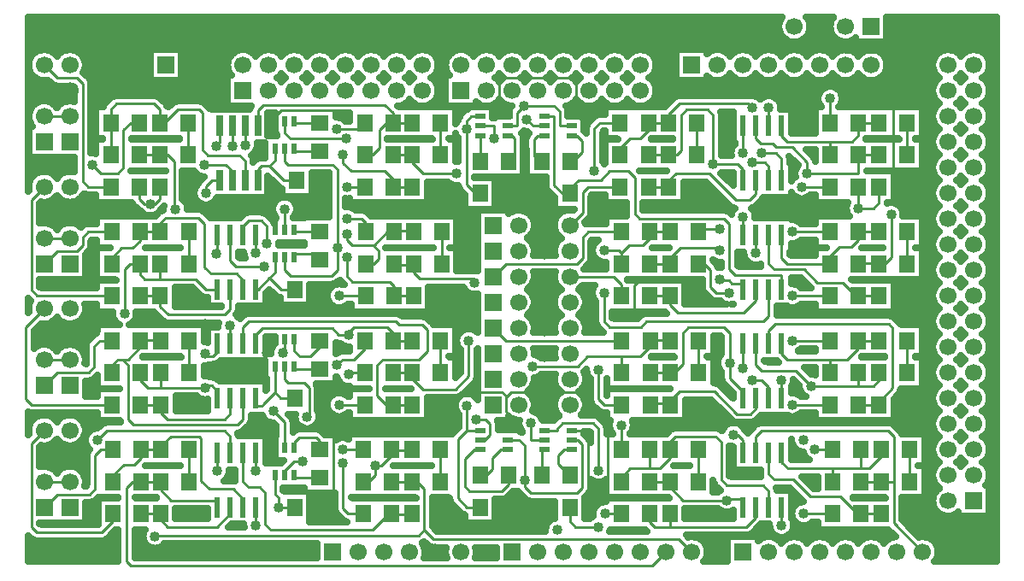
<source format=gbr>
G04 DipTrace 3.3.1.3*
G04 Top.gbr*
%MOMM*%
G04 #@! TF.FileFunction,Copper,L1,Top*
G04 #@! TF.Part,Single*
%AMOUTLINE0*
4,1,4,
-0.3,1.0,
0.3,1.0,
0.3,-1.0,
-0.3,-1.0,
-0.3,1.0,
0*%
G04 #@! TA.AperFunction,Conductor*
%ADD13C,0.28*%
G04 #@! TA.AperFunction,CopperBalancing*
%ADD15C,0.635*%
%ADD18R,0.6X1.1*%
%ADD20R,1.1X0.6*%
G04 #@! TA.AperFunction,ComponentPad*
%ADD21R,1.7X1.7*%
%ADD22C,1.7*%
%ADD23R,1.6X1.8*%
%ADD24R,1.8X1.6*%
%ADD25R,0.6X2.0*%
G04 #@! TA.AperFunction,ViaPad*
%ADD26C,1.016*%
%ADD52OUTLINE0*%
%FSLAX35Y35*%
G04*
G71*
G90*
G75*
G01*
G04 Top*
%LPD*%
X6270500Y4492500D2*
D13*
X6312500D1*
X6327470Y4507470D1*
Y4614263D1*
X6263733Y4678000D1*
X6244500D1*
X5915500D1*
X5299000D1*
X5243000Y4734000D1*
Y4873500D1*
X7800250Y2714500D2*
Y2526520D1*
X7800260D1*
X5002810Y3606000D2*
X4135750D1*
X4079750Y3662000D1*
Y3857500D1*
X6270500Y2968500D2*
X6143500Y2841500D1*
X5945500D1*
X5889500Y2785500D1*
Y2804613D1*
X5852613Y2841500D1*
X5492000D1*
X5365000Y2714500D1*
X5243000D1*
X3603500Y4445000D2*
Y4592350D1*
X3505250Y4690600D1*
X7160250Y3603500D2*
Y3893317D1*
X7214973Y3948040D1*
X7702657D1*
X7794500Y3856197D1*
Y3794000D1*
X5915500Y1698500D2*
Y1529700D1*
X6270500Y2714500D2*
X6397500Y2841500D1*
X6595500D1*
X6651500Y2785500D1*
Y2644510D1*
X6707500Y2588510D1*
X6844600D1*
X6900600Y2532510D1*
Y1985257D1*
X6854580Y1939237D1*
X6754143D1*
X6702500Y1990880D1*
Y2404500D1*
X6646500Y2460500D1*
X6540500D1*
X9864000Y2714500D2*
Y2603600D1*
X10012000Y2455600D1*
Y1725587D1*
X9921413Y1635000D1*
X9890000D1*
X5243000Y2714500D2*
Y2582500D1*
X5187000Y2526500D1*
X4180000D1*
Y1830500D1*
X4079750Y1730250D1*
Y1698500D1*
X5188500Y3603500D2*
X5320500D1*
X5376500Y3659500D1*
Y3740130D1*
X5322630Y3794000D1*
X5254500D1*
X4308450Y5537800D2*
X4270313D1*
X4177613Y5630500D1*
X3662233D1*
X3603500Y5571767D1*
Y5524500D1*
X5889500Y2785500D2*
Y2645510D1*
X6002500Y2532510D1*
Y2460500D1*
X5905500D1*
X6244500Y4678000D2*
Y4810000D1*
X5905500Y5572000D2*
X5854993D1*
X5826000Y5600993D1*
Y5897000D1*
X5882000Y5953000D1*
X6532000D1*
X6588000Y5897000D1*
Y5700010D1*
X6555500D1*
X6499500Y5644010D1*
Y5572000D1*
X6540500D1*
X6674300Y5540360D2*
Y5644010D1*
X6618300Y5700010D1*
X6588000D1*
X2910810Y3757200D2*
X2874010Y3794000D1*
X2746250D1*
X2907090Y2744283D2*
X2752000D1*
Y2714500D1*
X7953300Y1635000D2*
X7794500D1*
X3603500Y2286000D2*
Y2149800D1*
X2909430Y1635000D2*
X2750627D1*
X1571500Y2206500D2*
X1317500D1*
Y3413000D2*
X1571500D1*
X1317500Y4619500D2*
X1571500D1*
X1317500Y5826000D2*
X1571500D1*
X5915500Y4678000D2*
Y4810000D1*
X9864000Y4873500D2*
X9856597D1*
X9730427Y4999670D1*
Y6126593D1*
X9650010Y6207010D1*
X9254990D1*
X9001000Y6461000D1*
X9864000Y3794000D2*
Y3850000D1*
X9927617D1*
X10010767Y3933150D1*
Y4785477D1*
X9922743Y4873500D1*
X9864000D1*
Y2714500D2*
X9898620D1*
X10025657Y2841537D1*
Y3689310D1*
X9920967Y3794000D1*
X9864000D1*
X7800260Y2526520D2*
X9649723D1*
X9837703Y2714500D1*
X9864000D1*
X4180000Y2526500D2*
X4079750Y2626750D1*
Y2778000D1*
X3505250Y4690600D2*
X2831740D1*
X2740500Y4781840D1*
Y4873500D1*
X3505250Y4690600D2*
Y4732600D1*
X3556050Y4783400D1*
X4030613D1*
X4100000Y4852787D1*
Y4937000D1*
X5915500Y1529700D2*
X5495420D1*
X5390120Y1635000D1*
X5238627D1*
X3521800Y3229300D2*
X3536697D1*
X3587497Y3280100D1*
Y3365500D1*
X3603500D1*
X6270500Y1529700D2*
X6256500Y1543700D1*
Y1698500D1*
X6244500D1*
X7800260Y4669100D2*
X7783000Y4686360D1*
Y4873500D1*
X2112000Y3615610D2*
Y4057930D1*
X2165570Y4111500D1*
X2264250D1*
Y4003520D1*
X2310270Y3957500D1*
X2466250D1*
X2818250D1*
X2918250Y3857500D1*
X3032000D1*
X2466250Y3957500D2*
Y4111500D1*
X1571500Y5572000D2*
X1317500D1*
X1571500Y4365500D2*
X1317500D1*
X1571500Y3159000D2*
X1317500D1*
X1571500Y1952500D2*
X1317500D1*
X7941800Y5098300D2*
X8184487D1*
X8239000Y5043787D1*
Y4937000D1*
X7503000Y5191000D2*
X7582793D1*
X7625000Y5233207D1*
Y5584500D1*
X7681000Y5640500D1*
X7885800D1*
X7941800Y5584500D1*
Y5098300D1*
X7301000Y5191000D2*
X7503000D1*
X3433250Y4937000D2*
Y5045993D1*
X3466257Y5079000D1*
X3547500D1*
X3689500Y4937000D1*
X3820000D1*
X3547500Y5079000D2*
X3603500Y5135000D1*
Y5254500D1*
X4314800Y4873500D2*
X4492500D1*
X1317500Y6080000D2*
X1444500Y5953000D1*
X1642500D1*
X1698500Y5897000D1*
Y4929500D1*
X1754500Y4873500D1*
X1978500D1*
X2258500Y5191000D2*
X2460500D1*
X2918500Y4811800D2*
Y4875600D1*
X2979900Y4937000D1*
X3052250D1*
X2460500Y5191000D2*
X2541677D1*
X2604860Y5127817D1*
Y4653800D1*
X2616800D1*
X2899300Y5093300D2*
X3115890D1*
X3179250Y5029940D1*
Y4937000D1*
X2460500Y4873500D2*
Y4755500D1*
X2409700Y4704700D1*
X2366510D1*
X2307620D1*
X2258500Y4753820D1*
Y4873500D1*
X1978500Y5191000D2*
Y5508500D1*
X2460500D2*
X2506500D1*
X2638500Y5640500D1*
X2851617D1*
X2885927Y5606190D1*
Y5239500D1*
X2939327Y5186100D1*
X3250240D1*
X3306250Y5130090D1*
Y4937000D1*
X1978500Y5508500D2*
Y5640500D1*
X2034500Y5696500D1*
X2404500D1*
X2460500Y5640500D1*
Y5508500D1*
X4772500Y5191000D2*
X4963000D1*
X3179250Y5477000D2*
Y5278900D1*
X4963000Y5191000D2*
Y5115013D1*
X5072513Y5005500D1*
X5401800D1*
X4048000Y5228500D2*
X3793500D1*
Y5254500D1*
Y5524500D2*
Y5508500D1*
X4048000D1*
X5905500Y2365500D2*
X6018300D1*
X6074300Y2309500D1*
Y1970100D1*
X4308450Y5351500D2*
X3754500D1*
X3698500Y5407500D1*
Y5524500D1*
X5905500Y5477000D2*
X6002500D1*
Y5610970D1*
X6068830Y5677300D1*
X3584107Y2653860D2*
X3698500Y2539467D1*
Y2286000D1*
Y4445000D2*
Y4653800D1*
X6074300Y1970100D2*
Y1900840D1*
X6136967Y1838173D1*
X6598173D1*
X6646500Y1886500D1*
Y2322070D1*
X6603070Y2365500D1*
X6540500D1*
X6068830Y5677300D2*
X6367500D1*
X6423500Y5621300D1*
Y5477000D1*
X6540500D1*
X3682490Y3231700D2*
X3698500Y3247710D1*
Y3365500D1*
X4963000Y4873500D2*
X4772500D1*
X3308850Y5288550D2*
Y5424190D1*
X3306250Y5426790D1*
Y5477000D1*
X4772500Y4873500D2*
Y4946267D1*
X4689603Y5029163D1*
X4354557D1*
X4278000Y5105720D1*
Y5191100D1*
X4492500Y5191000D2*
X4566650D1*
X4635623Y5259973D1*
Y5438667D1*
X4705457Y5508500D1*
X4772500D1*
X4963000D1*
X4772500D2*
Y5605197D1*
X4691197Y5686500D1*
X3489250D1*
X3433250Y5630500D1*
Y5477000D1*
X5243000Y5508500D2*
Y5191000D1*
X4216800Y5445000D2*
X4458790D1*
X4492500Y5508500D1*
X1317500Y4873500D2*
X1190500Y4746500D1*
Y3850000D1*
X1246500Y3794000D1*
X1984250D1*
X3603500Y4175000D2*
Y4027510D1*
X3547490Y3971500D1*
X3661490Y3857500D1*
X3799750D1*
X3547490Y3971500D2*
X3433490Y3857500D1*
X3413000D1*
X3698500Y4175000D2*
Y4045510D1*
X3754500Y3989510D1*
X4166000D1*
X4222000Y4045510D1*
Y4267900D1*
X3921750Y2596020D2*
X3939747D1*
Y2878080D1*
X3889490Y2928337D1*
X3736163D1*
X3698500Y2966000D1*
Y3095500D1*
X3879200Y2149800D2*
X3792220D1*
X3698500Y2056080D1*
Y2016000D1*
X6136700Y2532510D2*
Y2365500D1*
X6270500D1*
X5769300Y5354750D2*
Y5477000D1*
X5635500D1*
X6095300Y5540360D2*
X6158660Y5477000D1*
X6270500D1*
X5598700Y2569310D2*
X5687673D1*
X5732500Y2524483D1*
Y2416050D1*
X5681950Y2365500D1*
X5635500D1*
X3032000Y2238500D2*
Y2059690D1*
X3032010D1*
X8239000Y4397500D2*
Y4576300D1*
X8239010D1*
X8239000Y5208600D2*
Y5477000D1*
Y3077600D2*
Y3318000D1*
X4222000Y4267900D2*
Y5044453D1*
X4174003Y5092450D1*
X3731050D1*
X3698500Y5125000D1*
Y5254500D1*
X8146190Y2417300D2*
X8188200D1*
X8239000Y2366500D1*
Y2238500D1*
X3017450Y5278900D2*
X3052250Y5313700D1*
Y5477000D1*
X3017450Y4207900D2*
X3032000Y4222450D1*
Y4397500D1*
X2910810Y3217510D2*
X2932617Y3195703D1*
X2990163D1*
X3032000Y3237540D1*
Y3318000D1*
X2466250Y3794000D2*
Y3686113D1*
X2546343Y3606020D1*
X3103000D1*
X3159000Y3662020D1*
Y3857500D1*
X2264250Y3794000D2*
X2466250D1*
X4784000Y4111500D2*
Y4102867D1*
X4974500D1*
Y4111500D1*
X3494690Y4082300D2*
X3215000D1*
X3159000Y4138300D1*
Y4397500D1*
X4974500Y4111500D2*
Y4023000D1*
X5036100Y3961400D1*
X5579510D1*
Y3926000D1*
X3793500Y4175000D2*
Y4207103D1*
X4048000D1*
Y4149000D1*
X3793500Y4445000D2*
Y4429000D1*
X4048000D1*
X6524500Y4492500D2*
X6651500Y4619500D1*
Y4817500D1*
X6707500Y4873500D1*
X7021000D1*
X3286000Y3857500D2*
Y3947827D1*
X3220327Y4013500D1*
X2970903D1*
X2906403Y4078000D1*
Y4506113D1*
X2844977Y4567540D1*
X2519233D1*
X2466250Y4514557D1*
Y4429000D1*
X2264250D2*
Y4340477D1*
X2189770Y4265997D1*
X2083670D1*
X1984250Y4166577D1*
Y4111500D1*
X2466250Y4429000D2*
X2264250D1*
X2746250Y4111500D2*
Y4429000D1*
X1317500Y4111500D2*
X1444500Y4238500D1*
X1642500D1*
X1698500Y4294500D1*
Y4373000D1*
X1754500Y4429000D1*
X1984250D1*
X4238550Y3794000D2*
X4504000D1*
X4314800Y4175100D2*
Y3989510D1*
X4370800Y3933510D1*
X4740110D1*
X4784000Y3889620D1*
Y3794000D1*
X3521800Y4310450D2*
Y4483500D1*
X3465800Y4539500D1*
X3343707D1*
X3286000Y4481793D1*
Y4397500D1*
X4784000Y3794000D2*
X4974500D1*
X4314800Y4403360D2*
Y4347800D1*
X4365600Y4297000D1*
X4570010D1*
X4626010Y4241000D1*
Y4161843D1*
X4575667Y4111500D1*
X4504000D1*
X4570010Y4297000D2*
X4586197D1*
X4718197Y4429000D1*
X4784000D1*
X3413000Y4218690D2*
Y4397500D1*
X4784000Y4429000D2*
Y4434190D1*
X4974500D1*
Y4429000D1*
X5254500D2*
Y4111500D1*
X4314800Y4561000D2*
X4460700D1*
X4504000Y4517700D1*
Y4429000D1*
X3032000Y2778000D2*
Y2850463D1*
X2975273Y2907190D1*
X2910810D1*
Y2883300D1*
X2472000D1*
X2343957D1*
X2270000Y2957257D1*
Y3032000D1*
X2472000Y2883300D2*
Y3032000D1*
X5635500Y5572000D2*
X5545860D1*
X5499490Y5525630D1*
Y5447560D1*
X8424610Y5208600D2*
X8564000D1*
X8620000Y5152600D1*
Y4937000D1*
X5499490Y5447560D2*
Y4898160D1*
X5587650Y4810000D1*
X5635500D1*
X1317500Y3667000D2*
X1134510Y3484010D1*
Y2770500D1*
X1190510Y2714500D1*
X1990000D1*
X3603500Y3095500D2*
Y2834000D1*
X3485000Y2715500D1*
Y2712450D1*
X3472807Y2700257D1*
X3413000D1*
Y2778000D1*
X3603500Y2834000D2*
X3659500Y2778000D1*
X3799750D1*
X8009300Y4243500D2*
Y4266337D1*
X7617033D1*
X7514500Y4163803D1*
Y4111500D1*
X7312500D1*
X8009300Y3957500D2*
X8023300Y3943500D1*
X8102100D1*
X8129500Y3916100D1*
X8239000D1*
Y3857500D1*
X2270000Y2714500D2*
X2472000D1*
Y2632407D1*
X2534407Y2570000D1*
X3103000D1*
X3159000Y2626000D1*
Y2778000D1*
Y3496800D2*
Y3318000D1*
X4963000Y3032000D2*
Y2973517D1*
X5069347Y2867170D1*
X5392430D1*
X5521760Y2996500D1*
Y3349500D1*
X4772500Y3032000D2*
X4963000D1*
X3793500Y3095500D2*
Y3069500D1*
X4048000D1*
X3793500Y3365500D2*
Y3248500D1*
X3849500Y3192500D1*
X3952627D1*
X4048000Y3287873D1*
Y3349500D1*
X2472000D2*
Y3353923D1*
X2270000D1*
Y3349500D1*
Y3283380D1*
X2150620Y3164000D1*
X2092000D1*
X2148000Y3108000D1*
Y2570000D1*
X2204000Y2514000D1*
X3230000D1*
X3286000Y2570000D1*
Y2778000D1*
X2092000Y3164000D2*
X2046383D1*
X1990000Y3107617D1*
Y3032000D1*
X2752000Y3349500D2*
Y3032000D1*
X1317500Y2905000D2*
X1444500Y3032000D1*
X1756000D1*
X1812000Y3088000D1*
Y3293500D1*
X1868000Y3349500D1*
X1990000D1*
X4238550Y2714500D2*
X4492500D1*
X4772500D2*
X4703110D1*
X4614500Y2803110D1*
Y3108000D1*
X4670500Y3164000D1*
X5029000D1*
X5110557Y3245557D1*
Y3455103D1*
X5058437Y3507223D1*
X4830777D1*
X4800500Y3537500D1*
X3342000D1*
X3286000Y3481500D1*
Y3318000D1*
X4963000Y2714500D2*
X4772500D1*
X3413000Y3318000D2*
Y3406733D1*
X3477767Y3471500D1*
X4168500D1*
X4236000Y3404000D1*
X4333700D1*
X4772500Y3349500D2*
X4963000D1*
X4333700Y3404000D2*
Y3430247D1*
X4384953Y3481500D1*
X4717470D1*
X4772500Y3426470D1*
Y3349500D1*
X4333700Y3013950D2*
X4351750Y3032000D1*
X4492500D1*
X5243000Y3349500D2*
Y3032000D1*
X4216800Y3105600D2*
X4275200Y3164000D1*
X4382497D1*
X4492500Y3274003D1*
Y3349500D1*
X3032000Y1698500D2*
Y1767000D1*
X2576103D1*
X2470627Y1872477D1*
Y1952500D1*
X2280123D2*
X2191827D1*
X2132067Y1892740D1*
Y1164263D1*
X2178130Y1118200D1*
X7341200D1*
X7477000Y1254000D1*
X2470627Y1952500D2*
X2280123D1*
X1317500Y2460500D2*
X1190500Y2333500D1*
Y1503000D1*
X1246500Y1447000D1*
X1885497D1*
X2000123Y1561627D1*
Y1635000D1*
X3799750Y1698500D2*
X3640290D1*
X3413000Y1519690D2*
Y1698500D1*
X3640290D2*
Y1791300D1*
X3603500Y1828090D1*
Y2016000D1*
X2470627Y1635000D2*
Y1572793D1*
X2540420Y1503000D1*
X3027000D1*
X3159000Y1635000D1*
Y1698500D1*
X2280123Y1635000D2*
X2470627D1*
X1841320Y2362800D2*
X1936520Y2458000D1*
X3103000D1*
X3159000Y2402000D1*
Y2238500D1*
X4756623Y1952500D2*
Y1945787D1*
X4958627D1*
Y1952500D1*
X2414630Y1410200D2*
X2422240Y1417810D1*
X5024630D1*
X5080630Y1473810D1*
X5173430Y1381010D1*
X7603990D1*
X7731000Y1254000D1*
X4958627Y1952500D2*
X5010680D1*
X5080630Y1882550D1*
Y1473810D1*
X3793500Y2016000D2*
Y1990000D1*
X4048000D1*
Y2270000D2*
Y2352113D1*
X4008113Y2392000D1*
X3844020D1*
X3793500Y2341480D1*
Y2286000D1*
X2000123Y1952500D2*
Y2013940D1*
X2106010Y2119827D1*
X2210247D1*
X2280123Y2189703D1*
Y2270000D1*
X2470627D2*
Y2303890D1*
X2568737Y2402000D1*
X2847593D1*
X2872630Y2376963D1*
Y1957453D1*
X2952097Y1877987D1*
X3190413D1*
X3286000Y1782400D1*
Y1698500D1*
X2280123Y2270000D2*
X2470627D1*
X2750627D2*
Y1952500D1*
X1317500Y1698500D2*
X1444500Y1825500D1*
X1766120D1*
X1822120Y1881500D1*
Y2214000D1*
X1878120Y2270000D1*
X2000123D1*
X4277877Y2131453D2*
Y1685923D1*
X4328800Y1635000D1*
X4476623D1*
X4958627D2*
Y1628130D1*
X4756623D1*
Y1635000D1*
X4733570D1*
X4572380Y1473810D1*
X3561800D1*
X3505800Y1529810D1*
Y1840500D1*
X3449800Y1896500D1*
X3342000D1*
X3286000Y1952500D1*
Y2238500D1*
X4958627Y2270000D2*
Y2263153D1*
X4756623D1*
Y2270000D1*
X3413000Y2055420D2*
Y2238500D1*
X4598630Y2110500D2*
Y2020477D1*
X4530653Y1952500D1*
X4476623D1*
X4756623Y2270000D2*
Y2211230D1*
X4655893Y2110500D1*
X4598630D1*
X5238627Y2270000D2*
Y1952500D1*
X4272800Y2270000D2*
X4476623D1*
X7301000Y4873500D2*
X7503000D1*
Y4934377D1*
X7574123Y5005500D1*
X7905000D1*
X8168990Y4741510D1*
X8305973D1*
X8366000Y4801537D1*
Y4937000D1*
X8873750Y5005500D2*
Y5116950D1*
X8726100Y5264600D1*
X8570000D1*
X8533200Y5301400D1*
X8418013D1*
X8366000Y5353413D1*
Y5477000D1*
X9382000Y5191000D2*
Y5005500D1*
X8873750D1*
X9584000Y5191000D2*
X9382000D1*
X5635500Y5382000D2*
Y5127500D1*
X5915500D2*
X5968763D1*
X5979633Y5138370D1*
Y5354290D1*
X5951923Y5382000D1*
X5905500D1*
X8078660Y1767000D2*
Y1781420D1*
X8239000D1*
Y1698500D1*
X7514500Y1952500D2*
Y1899373D1*
X7646873Y1767000D1*
X8078660D1*
X7312500Y1952500D2*
X7514500D1*
X8331810Y5655800D2*
X8291110Y5696500D1*
X7608057D1*
X7503000Y5591443D1*
Y5508500D1*
X8331810Y5115800D2*
X8452857D1*
X8493000Y5075657D1*
Y4937000D1*
X7301000Y5508500D2*
Y5435980D1*
X7217450Y5352430D1*
X7118800D1*
X7021000Y5254630D1*
Y5191000D1*
X7503000Y5508500D2*
X7301000D1*
X7783000D2*
Y5191000D1*
X6767100Y5034800D2*
Y5452500D1*
X6823100Y5508500D1*
X7021000D1*
X8821600Y4873500D2*
X9102000D1*
X9382000D2*
Y4662600D1*
X8493000Y5655800D2*
Y5477000D1*
X9382000Y4662600D2*
X9528000D1*
X9584000Y4718600D1*
Y4873500D1*
X2740500Y5191000D2*
Y5508500D1*
X1791300Y5093300D2*
X1879100Y5005500D1*
X2044500D1*
X2100500Y5061500D1*
Y5435020D1*
X2173980Y5508500D1*
X2258500D1*
X9584000D2*
X9382000D1*
Y5385437D1*
X9319563Y5323000D1*
X9102000D1*
X8673313D1*
X8620000Y5376313D1*
Y5477000D1*
X9102000Y5323000D2*
Y5191000D1*
X9864000Y5508500D2*
Y5191000D1*
X9102000Y5748600D2*
Y5508500D1*
X6524500Y3984500D2*
Y3979500D1*
X6954567D1*
X7032500Y3901567D1*
Y3794000D1*
X6270500Y5572000D2*
X6367500D1*
Y4890670D1*
X6448170Y4810000D1*
X6524500D1*
Y4857833D1*
X6608667Y4942000D1*
X6828150D1*
X6916560Y5030410D1*
X7103907D1*
X7167193Y4967123D1*
Y4604307D1*
X7210500Y4561000D1*
X8046100D1*
X8102100Y4505000D1*
Y4055500D1*
X8158100Y3999500D1*
X8620000D1*
Y3857500D1*
X7514500Y3794000D2*
Y3700633D1*
X7589110Y3626023D1*
X8248040D1*
X8366000Y3743983D1*
Y3857500D1*
X7312500Y3794000D2*
X7514500D1*
X9706010Y4597800D2*
Y4175640D1*
X9641870Y4111500D1*
X9584000D1*
X8366000Y4218690D2*
Y4397500D1*
X9584000Y4111500D2*
Y4115397D1*
X9382000D1*
Y4111500D1*
X6244500Y5127500D2*
X6225040D1*
X6171357Y5181183D1*
Y5344983D1*
X6208373Y5382000D1*
X6270500D1*
X6540500D2*
X6595960D1*
X6646500Y5331460D1*
Y5218903D1*
X6555097Y5127500D1*
X6524500D1*
X7312500Y4429000D2*
Y4358277D1*
X7244757Y4290533D1*
X7112597D1*
X7038143Y4216080D1*
X7010723Y4243500D1*
X6863800D1*
Y3823300D2*
Y3537500D1*
X6919800Y3481500D1*
X7225050D1*
X7281050Y3537500D1*
X8437000D1*
X8493000Y3593500D1*
Y3857500D1*
X7038143Y4216080D2*
Y4111500D1*
X7032500D1*
X7514500Y4429000D2*
X7312500D1*
X8009300Y4458300D2*
X7794500D1*
Y4429000D1*
X8102100Y3823300D2*
X7972500D1*
X7916500Y3879300D1*
Y4050630D1*
X7855630Y4111500D1*
X7794500D1*
X5762500Y3984500D2*
X5889500Y4111500D1*
X6595500D1*
X6651500Y4167500D1*
Y4373000D1*
X6707500Y4429000D1*
X7032500D1*
X8728800Y3794000D2*
X9102000D1*
X9584000D2*
X9382000D1*
X9355107D1*
X9223107Y3926000D1*
X8977270D1*
X8847770Y4055500D1*
X8549000D1*
X8493000Y4111500D1*
Y4397500D1*
X9584000Y4429000D2*
X9382000D1*
X9102000Y4111500D2*
X8676000D1*
X8620000Y4167500D1*
Y4397500D1*
X9382000Y4429000D2*
Y4348447D1*
X9312750Y4279197D1*
X9195483D1*
X9102000Y4185713D1*
Y4111500D1*
X9864000Y4429000D2*
Y4111500D1*
X8728800Y4429000D2*
X9102000D1*
X6807800Y3061300D2*
Y2770500D1*
X6863800Y2714500D1*
X7038250D1*
X5505900Y2705410D2*
Y2460500D1*
X5416110Y2370710D1*
Y1788300D1*
X5505910Y1698500D1*
X5635500D1*
X8620000Y2956800D2*
Y2778000D1*
X5635500Y2460500D2*
X5505900D1*
X5635500D2*
X5630290D1*
X7318250Y2714500D2*
Y2724100D1*
X7520250D1*
Y2714500D1*
Y2757487D1*
X7609263Y2846500D1*
X7956360D1*
X8181150Y2621710D1*
X8311707D1*
X8366000Y2676003D1*
Y2778000D1*
Y3318000D2*
Y3105600D1*
X8422000Y3049600D1*
X8764800D1*
X8914400Y2900000D1*
X9382000D1*
X9529093D1*
X9584000Y2954907D1*
Y3032000D1*
X9382000Y2900000D2*
Y3032000D1*
X5915500Y2016000D2*
Y1927830D1*
X5845773Y1858103D1*
X5530530D1*
X5484300Y1904333D1*
Y2175217D1*
X5579583Y2270500D1*
X5635500D1*
Y2016000D2*
X5699983D1*
X5757500Y2073517D1*
Y2185623D1*
X5842377Y2270500D1*
X5905500D1*
X7520250Y3349500D2*
Y3355277D1*
X7318250D1*
Y3349500D1*
Y3293270D1*
X7216980Y3192000D1*
X7038250D1*
X6699750D1*
X6603250Y3095500D1*
X6154670D1*
X8331800Y2956800D2*
X8421730D1*
X8493000Y2885530D1*
Y2778000D1*
X7038250Y3192000D2*
Y3032000D1*
X7800250D2*
Y3349500D1*
X5762500Y3476500D2*
X5889500Y3349500D1*
X7038250D1*
X8728800Y2714500D2*
X9102000D1*
X9584000D2*
Y2790503D1*
X9634500D1*
X9721067Y2877070D1*
Y3474407D1*
X9680457Y3515017D1*
X8560243D1*
X8493000Y3447773D1*
Y3318000D1*
X9382000Y2714500D2*
X9584000D1*
X9382000Y3349500D2*
Y3274093D1*
X9271907Y3164000D1*
X9102000D1*
X8676050D1*
X8620000Y3220050D1*
Y3318000D1*
X9102000Y3164000D2*
Y3032000D1*
X9584000Y3349500D2*
X9382000D1*
X9864000D2*
Y3032000D1*
X8728800Y3349500D2*
X9102000D1*
X6873700Y1635000D2*
X7032500D1*
X6807800Y1503010D2*
X6580500D1*
X6524500Y1559010D1*
Y1698500D1*
X8620000Y1519690D2*
Y1698500D1*
X6807800Y2062900D2*
Y2476510D1*
X6751800Y2532510D1*
X6453510D1*
X6397510Y2476510D1*
Y2460500D1*
X6270500D1*
X7312500Y1635000D2*
Y1553847D1*
X7363347Y1503000D1*
X7514500D1*
X8273187D1*
X8366000Y1595813D1*
Y1698500D1*
X7514500Y1503000D2*
Y1635000D1*
X10017000Y1254000D2*
X9732000Y1539000D1*
Y1952500D1*
Y2399600D1*
X9676000Y2455600D1*
X8422000D1*
X8366000Y2399600D1*
Y2238500D1*
X9408000Y1952500D2*
X9610000D1*
X9732000D1*
X6270500Y2270500D2*
X6244500D1*
Y2016000D1*
X6540500Y2270500D2*
X6466490D1*
X6411227Y2215237D1*
Y2125087D1*
X6520313Y2016000D1*
X6524500D1*
X8493000Y1698500D2*
Y1859800D1*
X8437000Y1915800D1*
X8078670D1*
X8022670Y1971800D1*
Y2346000D1*
X7966670Y2402000D1*
X7570340D1*
X7514500Y2346160D1*
Y2270000D1*
Y2185970D1*
X7413030Y2084500D1*
X7312500D1*
X7121893D1*
X7032500Y1995107D1*
Y1952500D1*
X7312500Y2084500D2*
Y2270000D1*
X7794500Y1952500D2*
Y2270000D1*
X7032500Y2510100D2*
Y2270000D1*
X8839800Y1635000D2*
X9128000D1*
X9610000D2*
X9408000D1*
X9371903D1*
X9203187Y1803717D1*
X8902273D1*
X8734190Y1971800D1*
X8549000D1*
X8493000Y2027800D1*
Y2238500D1*
X9610000Y2270000D2*
Y2205577D1*
X9488923Y2084500D1*
X9408000D1*
X9128000D1*
X8682087D1*
X8620000Y2146587D1*
Y2238500D1*
X9128000Y2084500D2*
Y1952500D1*
X9408000Y2084500D2*
Y2270000D1*
X9890000D2*
Y1952500D1*
X8951200Y2270000D2*
X9128000D1*
X8109390Y3129700D2*
Y2976410D1*
X8239000Y2846800D1*
Y2778000D1*
X7520250Y3032000D2*
X7556167D1*
X7642260Y3118093D1*
Y3425500D1*
X7698260Y3481500D1*
X8053390D1*
X8109390Y3425500D1*
Y3129700D1*
X7318250Y3032000D2*
X7520250D1*
D26*
X3521800Y3229300D3*
X7800260Y4669100D3*
X2910810Y3757200D3*
X7953300Y1635000D3*
X3603500Y2149800D3*
X6674300Y5540360D3*
X3505250Y4690600D3*
X4308450Y5537800D3*
X2909430Y1635000D3*
X5915500Y1529700D3*
X2907090Y2744283D3*
X5002810Y3606000D3*
X7800260Y2526520D3*
X6270500Y1529700D3*
X5188500Y3603500D3*
X2910810Y3513210D3*
X7160250Y3603500D3*
X2112000Y3615610D3*
X6400100Y1473810D3*
X7941800Y5098300D3*
X2616800Y4653800D3*
X2918500Y4811800D3*
X2899300Y5093300D3*
X2366510Y4704700D3*
X3179250Y5278900D3*
X5401800Y5005500D3*
X3584107Y2653860D3*
X3698500Y4653800D3*
X6068830Y5677300D3*
X4308450Y5351500D3*
X3682490Y3231700D3*
X6074300Y1970100D3*
X1791300Y5093300D3*
X4314800Y4873500D3*
X4278000Y5191100D3*
X3308850Y5288550D3*
X4216800Y5445000D3*
X3494690Y4082300D3*
X5579510Y3926000D3*
X4238550Y3794000D3*
X4314800Y4175100D3*
X3521800Y4310450D3*
X3413000Y4218690D3*
X4314800Y4403360D3*
Y4561000D3*
X2910810Y2883300D3*
X8424610Y5208600D3*
X5499490Y5447560D3*
X8009300Y4243500D3*
Y3957500D3*
X3159000Y3496800D3*
X5521760Y3349500D3*
X4238550Y2714500D3*
X4333700Y3013950D3*
Y3404000D3*
X4216800Y3105600D3*
X3413000Y1519690D3*
X3640290Y1698500D3*
X1841320Y2362800D3*
X2414630Y1410200D3*
X4277877Y2131453D3*
X3413000Y2055420D3*
X4598630Y2110500D3*
X4272800Y2270000D3*
X8873750Y5005500D3*
X8331810Y5655800D3*
Y5115800D3*
X6767100Y5034800D3*
X8821600Y4873500D3*
X8493000Y5655800D3*
X9382000Y4662600D3*
X9102000Y5748600D3*
X9706010Y4597800D3*
X8366000Y4218690D3*
X6863800Y4243500D3*
Y3823300D3*
X8009300Y4458300D3*
X8102100Y3823300D3*
X8728800Y3794000D3*
Y4429000D3*
X8078660Y1767000D3*
X6807800Y3061300D3*
X5505900Y2705410D3*
X8620000Y2956800D3*
X8914400Y2900000D3*
X8331800Y2956800D3*
X6154670Y3095500D3*
X8728800Y2714500D3*
Y3349500D3*
X6873700Y1635000D3*
X6807800Y1503010D3*
X8620000Y1519690D3*
X6807800Y2062900D3*
X7032500Y2510100D3*
X8839800Y1635000D3*
Y2362800D3*
X8951200Y2270000D3*
X6095300Y5540360D3*
X3017450Y5278900D3*
Y4207900D3*
X3879200Y2149800D3*
X4222000Y4267900D3*
X8239000Y3077600D3*
X2910810Y3217510D3*
X5769300Y5354750D3*
X3032010Y2059690D3*
X8239010Y4576300D3*
X8239000Y5208600D3*
X5598700Y2569310D3*
X3921750Y2596020D3*
X8146190Y2417300D3*
X6136700Y2532510D3*
X8109390Y3129700D3*
X1165100Y6493083D2*
D15*
X8591770D1*
X8902243D2*
X9099817D1*
X9667687D2*
X10740897D1*
X1165100Y6429917D2*
X8591587D1*
X8902427D2*
X9099543D1*
X9667687D2*
X10740897D1*
X1165100Y6366750D2*
X8621027D1*
X8872987D2*
X9129073D1*
X9667687D2*
X10740897D1*
X1165100Y6303583D2*
X10740897D1*
X1165100Y6240417D2*
X10740897D1*
X1165100Y6177250D2*
X1193920D1*
X1695070D2*
X2365323D1*
X2682633D2*
X3162487D1*
X5187503D2*
X5321457D1*
X7346567D2*
X7572397D1*
X9632503D2*
X10147447D1*
X10648507D2*
X10740897D1*
X1726240Y6114083D2*
X2365323D1*
X2682633D2*
X3131223D1*
X5218767D2*
X5290193D1*
X7377737D2*
X7572397D1*
X9663767D2*
X10116183D1*
X10679770D2*
X10740897D1*
X1727333Y6050917D2*
X2365323D1*
X2682633D2*
X3130130D1*
X5219860D2*
X5289193D1*
X7378833D2*
X7572397D1*
X9664860D2*
X10115180D1*
X10680863D2*
X10740897D1*
X1165100Y5987750D2*
X1190000D1*
X1729067D2*
X2365323D1*
X2682633D2*
X3158477D1*
X5191513D2*
X5317447D1*
X7350487D2*
X7572397D1*
X9636513D2*
X10143437D1*
X10652517D2*
X10740897D1*
X1165100Y5924583D2*
X1351600D1*
X1781293D2*
X3127397D1*
X5186410D2*
X5286367D1*
X7345473D2*
X10148540D1*
X10647413D2*
X10740897D1*
X1165100Y5861417D2*
X1610820D1*
X1786123D2*
X3127397D1*
X5218493D2*
X5286367D1*
X7377463D2*
X9060717D1*
X9143233D2*
X10116550D1*
X10679497D2*
X10740897D1*
X1165100Y5798250D2*
X1610820D1*
X1786123D2*
X3127397D1*
X5220133D2*
X5286367D1*
X7379107D2*
X8988527D1*
X9215513D2*
X10114907D1*
X10681137D2*
X10740897D1*
X1165100Y5735083D2*
X1610820D1*
X1786123D2*
X1951797D1*
X2487217D2*
X3127397D1*
X5192517D2*
X5286367D1*
X7351487D2*
X7525363D1*
X8586880D2*
X8978320D1*
X9225630D2*
X10142433D1*
X10653520D2*
X10740897D1*
X1165100Y5671917D2*
X1196197D1*
X1786123D2*
X1897200D1*
X2941487D2*
X3356990D1*
X4827113D2*
X5942160D1*
X6493440D2*
X7462200D1*
X8616320D2*
X9005847D1*
X9198193D2*
X10149727D1*
X10646320D2*
X10740897D1*
X1786123Y5608750D2*
X1824830D1*
X5396683D2*
X5461277D1*
X5764183D2*
X5914817D1*
X6511123D2*
X6867383D1*
X8025787D2*
X8135403D1*
X8723597D2*
X8948333D1*
X10017687D2*
X10116823D1*
X10679130D2*
X10740897D1*
X1786123Y5545583D2*
X1824830D1*
X3536853D2*
X3594883D1*
X4285070D2*
X4338907D1*
X6669170D2*
X6738867D1*
X8029430D2*
X8135403D1*
X8723597D2*
X8948333D1*
X10017687D2*
X10114633D1*
X10681320D2*
X10740897D1*
X1165100Y5482417D2*
X1187993D1*
X1786123D2*
X1824830D1*
X3536853D2*
X3594883D1*
X8029430D2*
X8135403D1*
X8723597D2*
X8948333D1*
X10017687D2*
X10141523D1*
X10654523D2*
X10740897D1*
X1786123Y5419250D2*
X1824830D1*
X3536853D2*
X3594883D1*
X6066060D2*
X6095050D1*
X8029430D2*
X8135403D1*
X8723597D2*
X8948333D1*
X10017687D2*
X10150910D1*
X10645133D2*
X10740897D1*
X1786123Y5356083D2*
X1824830D1*
X8029430D2*
X8135403D1*
X10017687D2*
X10117187D1*
X10678767D2*
X10740897D1*
X1786123Y5292917D2*
X1824830D1*
X3433220D2*
X3499817D1*
X8029430D2*
X8149987D1*
X10017687D2*
X10114453D1*
X10681593D2*
X10740897D1*
X1786123Y5229750D2*
X1824830D1*
X3417633D2*
X3499817D1*
X8029430D2*
X8116443D1*
X8882283D2*
X8948333D1*
X10017687D2*
X10140520D1*
X10655433D2*
X10740897D1*
X3385277Y5166583D2*
X3499817D1*
X10017687D2*
X10152097D1*
X10643950D2*
X10740897D1*
X1165100Y5103417D2*
X1610820D1*
X6069157D2*
X6090830D1*
X8723597D2*
X8765950D1*
X10017687D2*
X10117550D1*
X10678493D2*
X10740897D1*
X1165100Y5040250D2*
X1610820D1*
X6069157D2*
X6090830D1*
X8723597D2*
X8754557D1*
X10017687D2*
X10114270D1*
X10681773D2*
X10740897D1*
X1165100Y4977083D2*
X1199480D1*
X2692477D2*
X2872003D1*
X3973623D2*
X4134373D1*
X6069157D2*
X6090830D1*
X8054770D2*
X8135403D1*
X8723597D2*
X8752823D1*
X9737687D2*
X10139610D1*
X10656437D2*
X10740897D1*
X2692477Y4913917D2*
X2840467D1*
X3536853D2*
X3591237D1*
X3973623D2*
X4134373D1*
X5116683D2*
X5320910D1*
X5789157D2*
X6279857D1*
X7656643D2*
X7875273D1*
X9737687D2*
X10153280D1*
X10642673D2*
X10740897D1*
X2692477Y4850750D2*
X2800637D1*
X3536853D2*
X3666340D1*
X3973623D2*
X4134373D1*
X5116683D2*
X5427097D1*
X5789157D2*
X6290337D1*
X7656643D2*
X7938437D1*
X9737687D2*
X10117917D1*
X10678130D2*
X10740897D1*
X1703637Y4787583D2*
X1824830D1*
X2692477D2*
X2796537D1*
X3536853D2*
X3666340D1*
X3973623D2*
X4134373D1*
X5116683D2*
X5481873D1*
X5789157D2*
X6349310D1*
X6742907D2*
X6867383D1*
X7656643D2*
X8001600D1*
X8908987D2*
X8948333D1*
X9737687D2*
X10113997D1*
X10681957D2*
X10740897D1*
X1354913Y4724417D2*
X1534073D1*
X1608937D2*
X1824830D1*
X2717817D2*
X2832720D1*
X3004287D2*
X3597527D1*
X3799537D2*
X4134373D1*
X4309680D2*
X4338907D1*
X5116683D2*
X5481873D1*
X5789157D2*
X6370820D1*
X6739170D2*
X6867383D1*
X7656643D2*
X8064763D1*
X8410237D2*
X8948333D1*
X9737687D2*
X10138697D1*
X10657347D2*
X10740897D1*
X1278167Y4661250D2*
X2229790D1*
X2740967D2*
X3574283D1*
X3822687D2*
X4134373D1*
X4383597D2*
X5481873D1*
X5789157D2*
X6370820D1*
X6739170D2*
X7079570D1*
X7254873D2*
X8149713D1*
X8327387D2*
X9257590D1*
X9811970D2*
X10154557D1*
X10387373D2*
X10408597D1*
X10641397D2*
X10740897D1*
X1278167Y4598083D2*
X2309360D1*
X2935747D2*
X3280977D1*
X3528467D2*
X3588047D1*
X3809013D2*
X4134373D1*
X4544927D2*
X5603827D1*
X6132597D2*
X6408370D1*
X6736253D2*
X7079753D1*
X8361383D2*
X9276730D1*
X9830473D2*
X10118280D1*
X10677673D2*
X10740897D1*
X1278167Y4534917D2*
X1830573D1*
X5408167D2*
X5603827D1*
X6169143D2*
X6371913D1*
X6688220D2*
X6878867D1*
X8787400D2*
X8948333D1*
X10017687D2*
X10113813D1*
X10682140D2*
X10740897D1*
X1432933Y4471750D2*
X1456053D1*
X5408167D2*
X5603827D1*
X6173703D2*
X6367263D1*
X10017687D2*
X10137787D1*
X10658260D2*
X10740897D1*
X5408167Y4408583D2*
X5603827D1*
X6149913D2*
X6391053D1*
X10017687D2*
X10155833D1*
X10386097D2*
X10409863D1*
X10640120D2*
X10740897D1*
X1792230Y4345417D2*
X1830573D1*
X5408167D2*
X5603827D1*
X6131320D2*
X6409740D1*
X6745187D2*
X6797837D1*
X8818570D2*
X8948333D1*
X10017687D2*
X10118647D1*
X10677310D2*
X10740897D1*
X1785213Y4282250D2*
X1830573D1*
X5408167D2*
X5603827D1*
X6168690D2*
X6372277D1*
X8723597D2*
X8948333D1*
X10017687D2*
X10113633D1*
X10682320D2*
X10740897D1*
X1744380Y4219083D2*
X1830573D1*
X3246643D2*
X3288540D1*
X5408167D2*
X5603827D1*
X6173883D2*
X6367083D1*
X8189757D2*
X8241587D1*
X8707647D2*
X8948333D1*
X10017687D2*
X10136873D1*
X10659080D2*
X10740897D1*
X1730160Y4155917D2*
X1830573D1*
X5408167D2*
X5603827D1*
X6738350D2*
X6778240D1*
X8189757D2*
X8259633D1*
X10017687D2*
X10157200D1*
X10384820D2*
X10411220D1*
X10638847D2*
X10740897D1*
X1730160Y4092750D2*
X1830573D1*
X5408167D2*
X5603827D1*
X6698063D2*
X6878867D1*
X7992333D2*
X8014453D1*
X8189757D2*
X8407563D1*
X10017687D2*
X10119100D1*
X10676943D2*
X10740897D1*
X1730160Y4029583D2*
X1830573D1*
X6168323D2*
X6372643D1*
X10017687D2*
X10113450D1*
X10682503D2*
X10740897D1*
X1730160Y3966417D2*
X1830573D1*
X6174067D2*
X6366900D1*
X8723597D2*
X8815533D1*
X10017687D2*
X10136053D1*
X10659990D2*
X10740897D1*
X1278167Y3903250D2*
X1830573D1*
X3953390D2*
X4187330D1*
X6151643D2*
X6389323D1*
X7668130D2*
X7828880D1*
X8780017D2*
X8878697D1*
X9737687D2*
X10158567D1*
X10383453D2*
X10412483D1*
X10637477D2*
X10740897D1*
X2619927Y3840083D2*
X2814400D1*
X3537400D2*
X3557603D1*
X3953390D2*
X4123437D1*
X5128167D2*
X5492173D1*
X6128583D2*
X6412383D1*
X6636630D2*
X6740597D1*
X7668130D2*
X7838907D1*
X9737687D2*
X10119467D1*
X10676487D2*
X10740897D1*
X2619927Y3776917D2*
X2901170D1*
X3516620D2*
X3644467D1*
X3953390D2*
X4115323D1*
X5128167D2*
X5603827D1*
X6167870D2*
X6373097D1*
X6675917D2*
X6748893D1*
X7668130D2*
X7897603D1*
X9737687D2*
X10113360D1*
X10682687D2*
X10740897D1*
X2619927Y3713750D2*
X2928333D1*
X3516620D2*
X3646107D1*
X3953390D2*
X4145587D1*
X5128167D2*
X5603827D1*
X6174250D2*
X6366810D1*
X6682203D2*
X6776147D1*
X7668130D2*
X8051640D1*
X9737687D2*
X10135233D1*
X10660810D2*
X10740897D1*
X1729250Y3650583D2*
X1830573D1*
X3245823D2*
X4350390D1*
X5128167D2*
X5603827D1*
X6152463D2*
X6388503D1*
X6660513D2*
X6776147D1*
X8580680D2*
X8948333D1*
X9737687D2*
X10159933D1*
X10382087D2*
X10414013D1*
X10636020D2*
X10740897D1*
X1707737Y3587417D2*
X1990990D1*
X2233013D2*
X2443620D1*
X3241083D2*
X3270587D1*
X5078130D2*
X5603827D1*
X6127217D2*
X6413840D1*
X6635173D2*
X6776147D1*
X6951450D2*
X7209633D1*
X9723740D2*
X10119920D1*
X10676033D2*
X10740897D1*
X1376880Y3524250D2*
X1512110D1*
X1630903D2*
X2030820D1*
X2193180D2*
X3037800D1*
X5162713D2*
X5603827D1*
X6167503D2*
X6373553D1*
X6675460D2*
X6777240D1*
X9791643D2*
X10113177D1*
X10682870D2*
X10740897D1*
X1232870Y3461083D2*
X1836407D1*
X2905667D2*
X2928333D1*
X5396683D2*
X5476770D1*
X5566763D2*
X5603827D1*
X6174340D2*
X6366627D1*
X6682387D2*
X6818893D1*
X10017687D2*
X10134413D1*
X10661630D2*
X10740897D1*
X1222113Y3397917D2*
X1795117D1*
X2905667D2*
X2928333D1*
X7953870D2*
X8015637D1*
X10017687D2*
X10161393D1*
X10380630D2*
X10415417D1*
X10634653D2*
X10740897D1*
X1222113Y3334750D2*
X1735597D1*
X3516620D2*
X3594883D1*
X7953870D2*
X8021743D1*
X10017687D2*
X10120377D1*
X10675667D2*
X10740897D1*
X1426370Y3271583D2*
X1462617D1*
X1680393D2*
X1724387D1*
X3516620D2*
X3564987D1*
X4211607D2*
X4338907D1*
X5396683D2*
X5426640D1*
X7953870D2*
X8021743D1*
X10017687D2*
X10113087D1*
X10682960D2*
X10740897D1*
X5396683Y3208417D2*
X5434113D1*
X6195577D2*
X6366537D1*
X7953870D2*
X8015000D1*
X10017687D2*
X10133593D1*
X10662360D2*
X10740897D1*
X3060980Y3145250D2*
X3499817D1*
X5396683D2*
X5434113D1*
X7953870D2*
X7986013D1*
X8453623D2*
X8573450D1*
X10017687D2*
X10162850D1*
X10379170D2*
X10416873D1*
X10633193D2*
X10740897D1*
X2905667Y3082083D2*
X3499817D1*
X5396683D2*
X5434113D1*
X7953870D2*
X7994947D1*
X8853663D2*
X8948333D1*
X10017687D2*
X10120833D1*
X10675213D2*
X10740897D1*
X2905667Y3018917D2*
X3499817D1*
X5396683D2*
X5422903D1*
X7953870D2*
X8021743D1*
X8916827D2*
X8948333D1*
X10017687D2*
X10112903D1*
X10683050D2*
X10740897D1*
X1790500Y2955750D2*
X1836407D1*
X3048037D2*
X3515860D1*
X6174613D2*
X6366353D1*
X6682570D2*
X6720180D1*
X7953870D2*
X8024387D1*
X10017687D2*
X10132863D1*
X10663180D2*
X10740897D1*
X1730160Y2892583D2*
X1836407D1*
X4026123D2*
X4338907D1*
X5539143D2*
X5603827D1*
X6154833D2*
X6386133D1*
X6662880D2*
X6720180D1*
X8031620D2*
X8071873D1*
X8725420D2*
X8790193D1*
X10017687D2*
X10164310D1*
X10377620D2*
X10418333D1*
X10631643D2*
X10740897D1*
X1730160Y2829417D2*
X1836407D1*
X4027400D2*
X4205013D1*
X4272127D2*
X4338907D1*
X5475980D2*
X5603827D1*
X6122750D2*
X6418217D1*
X6630797D2*
X6720180D1*
X8094783D2*
X8135037D1*
X8762333D2*
X8813347D1*
X9793287D2*
X10121287D1*
X10674667D2*
X10740897D1*
X2625667Y2766250D2*
X2888867D1*
X4027400D2*
X4126080D1*
X5116683D2*
X5398383D1*
X6166047D2*
X6374920D1*
X6674093D2*
X6720273D1*
X9737687D2*
X10112813D1*
X10683233D2*
X10740897D1*
X2625667Y2703083D2*
X2928333D1*
X4027400D2*
X4114687D1*
X5116683D2*
X5381523D1*
X6174703D2*
X6366263D1*
X6682750D2*
X6753907D1*
X7673870D2*
X7978450D1*
X9737687D2*
X10132043D1*
X10663910D2*
X10740897D1*
X4037700Y2639917D2*
X4140663D1*
X5116683D2*
X5401300D1*
X6192113D2*
X6385403D1*
X6663610D2*
X6825090D1*
X7673870D2*
X8041613D1*
X9737687D2*
X10165860D1*
X10376163D2*
X10419883D1*
X10630097D2*
X10740897D1*
X1165100Y2576750D2*
X1212787D1*
X1422270D2*
X1466810D1*
X1676203D2*
X1836407D1*
X3373610D2*
X3488333D1*
X3777113D2*
X3798867D1*
X4044627D2*
X4338907D1*
X5116683D2*
X5418253D1*
X5921137D2*
X5945170D1*
X6252543D2*
X6376470D1*
X6828857D2*
X6884610D1*
X7673870D2*
X8104777D1*
X8388090D2*
X8948333D1*
X9737687D2*
X10121743D1*
X10674210D2*
X10740897D1*
X1720590Y2513583D2*
X1870767D1*
X3350917D2*
X3603087D1*
X3786137D2*
X3830860D1*
X4012633D2*
X5418253D1*
X5820147D2*
X6013800D1*
X6886463D2*
X6908110D1*
X7156893D2*
X8071510D1*
X8220930D2*
X8358710D1*
X9739327D2*
X10112720D1*
X10683323D2*
X10740897D1*
X1729797Y2450417D2*
X1755870D1*
X3287023D2*
X3610833D1*
X4070967D2*
X5374503D1*
X6669170D2*
X6712617D1*
X6895487D2*
X6924257D1*
X7140760D2*
X7497473D1*
X8276437D2*
X8296183D1*
X9801763D2*
X10131313D1*
X10664640D2*
X10740897D1*
X3516620Y2387250D2*
X3594883D1*
X4211607D2*
X4252407D1*
X4293180D2*
X4322993D1*
X10043663D2*
X10167500D1*
X10374523D2*
X10421430D1*
X10628547D2*
X10740897D1*
X1391553Y2324083D2*
X1497433D1*
X1645577D2*
X1723383D1*
X3516620D2*
X3594883D1*
X10043663D2*
X10122290D1*
X10673753D2*
X10740897D1*
X1278167Y2260917D2*
X1749360D1*
X3516620D2*
X3594883D1*
X8110277D2*
X8135403D1*
X8723597D2*
X8773787D1*
X10043663D2*
X10112630D1*
X10683417D2*
X10740897D1*
X1278167Y2197750D2*
X1734503D1*
X3516620D2*
X3594883D1*
X8110277D2*
X8135403D1*
X8723597D2*
X8851443D1*
X10043663D2*
X10130587D1*
X10665370D2*
X10740897D1*
X1278167Y2134583D2*
X1734503D1*
X8110277D2*
X8135403D1*
X10043663D2*
X10169140D1*
X10372880D2*
X10423073D1*
X10626903D2*
X10740897D1*
X1418987Y2071417D2*
X1470000D1*
X1673013D2*
X1734503D1*
X8110277D2*
X8135403D1*
X10043663D2*
X10122837D1*
X10673207D2*
X10740897D1*
X3144653Y2008250D2*
X3198397D1*
X8110277D2*
X8407747D1*
X10043663D2*
X10112537D1*
X10683417D2*
X10740897D1*
X6734157Y1945083D2*
X6793463D1*
X6822157D2*
X6878867D1*
X8882190D2*
X8974400D1*
X10043663D2*
X10129857D1*
X10666097D2*
X10740897D1*
X3691163Y1881917D2*
X3884360D1*
X6733977D2*
X6878867D1*
X7948130D2*
X7991210D1*
X8577583D2*
X8702787D1*
X10043663D2*
X10170780D1*
X10683597D2*
X10740897D1*
X3953390Y1818750D2*
X4190247D1*
X5927700D2*
X6035037D1*
X6700070D2*
X6878867D1*
X8723597D2*
X8765950D1*
X10043663D2*
X10123293D1*
X10683597D2*
X10740897D1*
X1813923Y1755583D2*
X1846523D1*
X3953390D2*
X4190247D1*
X5168273D2*
X5335313D1*
X5789157D2*
X6370820D1*
X6678103D2*
X6878867D1*
X8723597D2*
X8829113D1*
X9819627D2*
X10112537D1*
X10683597D2*
X10740897D1*
X1730160Y1692417D2*
X1846523D1*
X3953390D2*
X4190247D1*
X5168273D2*
X5390730D1*
X5789157D2*
X6370820D1*
X6678103D2*
X6764203D1*
X9819627D2*
X10129217D1*
X10683597D2*
X10740897D1*
X1730160Y1629250D2*
X1846523D1*
X2624300D2*
X2928333D1*
X3953390D2*
X4213217D1*
X5168273D2*
X5456990D1*
X5789157D2*
X6370820D1*
X6678103D2*
X6749440D1*
X7668130D2*
X8135403D1*
X9819627D2*
X10190013D1*
X10683597D2*
X10740897D1*
X1730160Y1566083D2*
X1846523D1*
X3953390D2*
X4279297D1*
X5168273D2*
X5481873D1*
X5789157D2*
X6320050D1*
X9826190D2*
X10740897D1*
X3148207Y1502917D2*
X3289727D1*
X5172830D2*
X6279310D1*
X8394380D2*
X8496797D1*
X8743287D2*
X8974400D1*
X9889353D2*
X10740897D1*
X1999587Y1439750D2*
X2044400D1*
X2219703D2*
X2293957D1*
X8330577D2*
X8526693D1*
X8713297D2*
X9709947D1*
X9952607D2*
X10740897D1*
X1165100Y1376583D2*
X1199570D1*
X1932503D2*
X2044400D1*
X2219703D2*
X2295050D1*
X7827727D2*
X8080350D1*
X8589703D2*
X8650287D1*
X8843727D2*
X8904310D1*
X9097750D2*
X9158333D1*
X9351683D2*
X9412263D1*
X9605707D2*
X9666287D1*
X10113753D2*
X10740897D1*
X1165100Y1313417D2*
X2044400D1*
X2219703D2*
X2340623D1*
X2488677D2*
X4016340D1*
X5083597D2*
X5121940D1*
X7877583D2*
X8080350D1*
X10163610D2*
X10740897D1*
X1165100Y1250250D2*
X2044400D1*
X2219703D2*
X4016340D1*
X5095630D2*
X5286367D1*
X5603583D2*
X5794323D1*
X7889613D2*
X8080350D1*
X10175550D2*
X10740897D1*
X1165100Y1187083D2*
X2044400D1*
X7874120D2*
X8080350D1*
X10160147D2*
X10740897D1*
X3530547Y5376790D2*
X3623153D1*
X3619457Y5388523D1*
X3617460Y5401147D1*
X3601213Y5402210D1*
Y5605193D1*
X3530457Y5605210D1*
X3530540Y5376777D1*
X3506210Y5160373D2*
Y5309670D1*
X3425087Y5309710D1*
X3426940Y5288550D1*
X3425487Y5270077D1*
X3421163Y5252060D1*
X3414070Y5234940D1*
X3404390Y5219140D1*
X3392353Y5205047D1*
X3378263Y5193013D1*
X3365907Y5185260D1*
X3375563Y5172563D1*
X3381353Y5161200D1*
X3385297Y5149067D1*
X3387290Y5136467D1*
X3387543Y5115233D1*
X3413463Y5140813D1*
X3423783Y5148313D1*
X3435150Y5154103D1*
X3447280Y5158043D1*
X3459880Y5160040D1*
X3506270Y5160290D1*
X3639193Y4297290D2*
X3890700D1*
X3890713Y4322633D1*
X3639293Y4322710D1*
X3639527Y4301187D1*
X3639063Y4297263D1*
X3779793Y4567290D2*
X3890700D1*
X3890713Y4576290D1*
X4140723D1*
X4140710Y5010830D1*
X4010670Y5011160D1*
X3967377D1*
X3967290Y4779710D1*
X3672710D1*
Y4857457D1*
X3658393Y4861897D1*
X3647027Y4867690D1*
X3636707Y4875187D1*
X3530513Y4981027D1*
X3530540Y4769710D1*
X3028773D1*
X3023720Y4758190D1*
X3014040Y4742390D1*
X3002003Y4728297D1*
X2987913Y4716263D1*
X2972113Y4706580D1*
X2954993Y4699490D1*
X2936973Y4695163D1*
X2918500Y4693710D1*
X2900027Y4695163D1*
X2882010Y4699490D1*
X2864890Y4706580D1*
X2849090Y4716263D1*
X2835000Y4728297D1*
X2822963Y4742390D1*
X2813283Y4758190D1*
X2806190Y4775310D1*
X2801867Y4793327D1*
X2800410Y4811800D1*
X2801867Y4830273D1*
X2806190Y4848293D1*
X2813283Y4865413D1*
X2822963Y4881213D1*
X2835000Y4895303D1*
X2841357Y4901180D1*
X2846070Y4912507D1*
X2852737Y4923380D1*
X2861020Y4933080D1*
X2903237Y4975297D1*
X2890037Y4975573D1*
X2871733Y4978473D1*
X2854110Y4984200D1*
X2837600Y4992613D1*
X2822607Y5003503D1*
X2809507Y5016607D1*
X2798613Y5031600D1*
X2797427Y5033717D1*
X2686087Y5033710D1*
X2686213Y4749337D1*
X2700303Y4737303D1*
X2712340Y4723213D1*
X2722020Y4707413D1*
X2729113Y4690293D1*
X2733437Y4672273D1*
X2734890Y4653800D1*
X2734697Y4648843D1*
X2851357Y4648580D1*
X2863957Y4646583D1*
X2876087Y4642643D1*
X2887453Y4636853D1*
X2897773Y4629353D1*
X2962720Y4564763D1*
X3254063Y4564790D1*
X3290913Y4601313D1*
X3301233Y4608810D1*
X3312600Y4614603D1*
X3324730Y4618543D1*
X3337330Y4620540D1*
X3465800Y4620790D1*
X3478517Y4619790D1*
X3490920Y4616813D1*
X3502707Y4611930D1*
X3513583Y4605267D1*
X3523300Y4596963D1*
X3583617Y4536293D1*
X3591113Y4525973D1*
X3596903Y4514610D1*
X3600850Y4502453D1*
X3601213Y4567290D1*
X3617163D1*
X3602963Y4584390D1*
X3593283Y4600190D1*
X3586190Y4617310D1*
X3581867Y4635327D1*
X3580410Y4653800D1*
X3581867Y4672273D1*
X3586190Y4690293D1*
X3593283Y4707413D1*
X3602963Y4723213D1*
X3615000Y4737303D1*
X3629090Y4749337D1*
X3644890Y4759020D1*
X3662010Y4766110D1*
X3680027Y4770437D1*
X3698500Y4771890D1*
X3716973Y4770437D1*
X3734993Y4766110D1*
X3752113Y4759020D1*
X3767913Y4749337D1*
X3782003Y4737303D1*
X3794040Y4723213D1*
X3803720Y4707413D1*
X3810813Y4690293D1*
X3815137Y4672273D1*
X3816590Y4653800D1*
X3815137Y4635327D1*
X3810813Y4617310D1*
X3803720Y4600190D1*
X3794040Y4584390D1*
X3782003Y4570297D1*
X3779797Y4568257D1*
X3510313Y3217790D2*
X3565183D1*
X3564400Y3231700D1*
X3565857Y3250173D1*
X3570180Y3268193D1*
X3577273Y3285313D1*
X3586953Y3301113D1*
X3598990Y3315203D1*
X3601197Y3317243D1*
X3601213Y3390227D1*
X3511430Y3390210D1*
X3510293Y3368623D1*
Y3217777D1*
X3522237Y2973210D2*
X3506213D1*
Y3150670D1*
X3061713Y3150800D1*
X3056483Y3147060D1*
X3042960Y3133890D1*
X3032640Y3126393D1*
X3021273Y3120600D1*
X3009143Y3116660D1*
X2996543Y3114663D1*
X2964423Y3112290D1*
X2947303Y3105200D1*
X2929283Y3100873D1*
X2910810Y3099420D1*
X2899280Y3100053D1*
X2899290Y3000893D1*
X2920077Y3001027D1*
X2938380Y2998127D1*
X2956003Y2992400D1*
X2964517Y2988467D1*
X2981653Y2988230D1*
X2994253Y2986233D1*
X3006383Y2982293D1*
X3017750Y2976500D1*
X3028070Y2969003D1*
X3052157Y2945273D1*
X3383293Y2945200D1*
X3510293Y2945290D1*
Y2855693D1*
X3522210Y2904000D1*
Y2973180D1*
X3510313Y2138290D2*
X3665810D1*
X3691227Y2163767D1*
X3601213Y2163710D1*
Y2408290D1*
X3617163D1*
X3617210Y2505753D1*
X3587203Y2535803D1*
X3574843Y2536137D1*
X3556540Y2539033D1*
X3538917Y2544760D1*
X3522407Y2553173D1*
X3507413Y2564067D1*
X3494310Y2577167D1*
X3483420Y2592160D1*
X3475007Y2608670D1*
X3474240Y2610743D1*
X3367283Y2610710D1*
X3367040Y2563623D1*
X3365047Y2551023D1*
X3361103Y2538893D1*
X3355313Y2527527D1*
X3347817Y2517207D1*
X3287483Y2456520D1*
X3277783Y2448237D1*
X3266907Y2441570D1*
X3255120Y2436690D1*
X3242717Y2433710D1*
X3236353Y2432960D1*
X3236313Y2427120D1*
X3239290Y2414717D1*
X3240043Y2408353D1*
X3258713Y2405790D1*
X3510293D1*
Y2138277D1*
X3890700Y1893710D2*
X3696213Y1893800D1*
X3699130Y1855790D1*
X3890627D1*
X3890710Y1893660D1*
X5536543Y5669290D2*
X5757790D1*
Y5558340D1*
X5775680Y5558040D1*
X5782043Y5557283D1*
X5783213Y5574290D1*
X5921297D1*
X5921463Y5617347D1*
X5923457Y5629947D1*
X5927400Y5642080D1*
X5933190Y5653443D1*
X5940687Y5663763D1*
X5950240Y5673673D1*
X5929177Y5675587D1*
X5905940Y5681163D1*
X5883863Y5690310D1*
X5863487Y5702797D1*
X5845317Y5718317D1*
X5829797Y5736487D1*
X5826087Y5742040D1*
X5814803Y5727097D1*
X5797907Y5710197D1*
X5778573Y5696153D1*
X5757280Y5685303D1*
X5734553Y5677917D1*
X5710950Y5674180D1*
X5687053D1*
X5663450Y5677917D1*
X5640723Y5685303D1*
X5619430Y5696153D1*
X5600097Y5710197D1*
X5597320Y5712767D1*
X5597290Y5673710D1*
X5292710D1*
Y5978290D1*
X5331630D1*
X5321797Y5990487D1*
X5309310Y6010863D1*
X5300167Y6032940D1*
X5294587Y6056177D1*
X5292710Y6080000D1*
X5294587Y6103823D1*
X5300167Y6127060D1*
X5309310Y6149140D1*
X5321797Y6169513D1*
X5337317Y6187687D1*
X5355487Y6203207D1*
X5375863Y6215693D1*
X5397940Y6224837D1*
X5421177Y6230417D1*
X5445000Y6232290D1*
X5468823Y6230417D1*
X5492063Y6224837D1*
X5514140Y6215693D1*
X5534517Y6203207D1*
X5552687Y6187687D1*
X5568207Y6169513D1*
X5571917Y6163960D1*
X5583200Y6178903D1*
X5600097Y6195803D1*
X5619430Y6209850D1*
X5640723Y6220697D1*
X5663450Y6228083D1*
X5687053Y6231820D1*
X5710950D1*
X5734553Y6228083D1*
X5757280Y6220697D1*
X5778573Y6209850D1*
X5797907Y6195803D1*
X5814803Y6178903D1*
X5825917Y6163960D1*
X5837200Y6178903D1*
X5854097Y6195803D1*
X5873430Y6209850D1*
X5894723Y6220697D1*
X5917450Y6228083D1*
X5941053Y6231820D1*
X5964950D1*
X5988553Y6228083D1*
X6011280Y6220697D1*
X6032573Y6209850D1*
X6051907Y6195803D1*
X6068803Y6178903D1*
X6079917Y6163960D1*
X6091200Y6178903D1*
X6108097Y6195803D1*
X6127430Y6209850D1*
X6148723Y6220697D1*
X6171450Y6228083D1*
X6195053Y6231820D1*
X6218950D1*
X6242553Y6228083D1*
X6265280Y6220697D1*
X6286573Y6209850D1*
X6305907Y6195803D1*
X6322803Y6178903D1*
X6333917Y6163960D1*
X6345200Y6178903D1*
X6362097Y6195803D1*
X6381430Y6209850D1*
X6402723Y6220697D1*
X6425450Y6228083D1*
X6449053Y6231820D1*
X6472950D1*
X6496553Y6228083D1*
X6519280Y6220697D1*
X6540573Y6209850D1*
X6559907Y6195803D1*
X6576803Y6178903D1*
X6587917Y6163960D1*
X6599200Y6178903D1*
X6616097Y6195803D1*
X6635430Y6209850D1*
X6656723Y6220697D1*
X6679450Y6228083D1*
X6703053Y6231820D1*
X6726950D1*
X6750553Y6228083D1*
X6773280Y6220697D1*
X6794573Y6209850D1*
X6813907Y6195803D1*
X6830803Y6178903D1*
X6841917Y6163960D1*
X6853200Y6178903D1*
X6870097Y6195803D1*
X6889430Y6209850D1*
X6910723Y6220697D1*
X6933450Y6228083D1*
X6957053Y6231820D1*
X6980950D1*
X7004553Y6228083D1*
X7027280Y6220697D1*
X7048573Y6209850D1*
X7067907Y6195803D1*
X7084803Y6178903D1*
X7095917Y6163960D1*
X7107200Y6178903D1*
X7124097Y6195803D1*
X7143430Y6209850D1*
X7164723Y6220697D1*
X7187450Y6228083D1*
X7211053Y6231820D1*
X7234950D1*
X7258553Y6228083D1*
X7281280Y6220697D1*
X7302573Y6209850D1*
X7321907Y6195803D1*
X7338803Y6178903D1*
X7352850Y6159570D1*
X7363700Y6138280D1*
X7371083Y6115553D1*
X7374823Y6091950D1*
Y6068053D1*
X7371083Y6044450D1*
X7363700Y6021720D1*
X7352850Y6000430D1*
X7338803Y5981097D1*
X7321907Y5964197D1*
X7306960Y5953083D1*
X7321907Y5941803D1*
X7338803Y5924903D1*
X7352850Y5905570D1*
X7363700Y5884280D1*
X7371083Y5861553D1*
X7374823Y5837950D1*
Y5814053D1*
X7371083Y5790450D1*
X7363700Y5767720D1*
X7352850Y5746430D1*
X7338803Y5727097D1*
X7321907Y5710197D1*
X7302573Y5696153D1*
X7281280Y5685303D1*
X7258553Y5677917D1*
X7234950Y5674180D1*
X7211053D1*
X7187450Y5677917D1*
X7164723Y5685303D1*
X7143430Y5696153D1*
X7124097Y5710197D1*
X7107200Y5727097D1*
X7096087Y5742040D1*
X7084803Y5727097D1*
X7067907Y5710197D1*
X7048573Y5696153D1*
X7027280Y5685303D1*
X7004553Y5677917D1*
X6980950Y5674180D1*
X6957053D1*
X6933450Y5677917D1*
X6910723Y5685303D1*
X6889430Y5696153D1*
X6870097Y5710197D1*
X6853200Y5727097D1*
X6842087Y5742040D1*
X6830803Y5727097D1*
X6813907Y5710197D1*
X6794573Y5696153D1*
X6773280Y5685303D1*
X6750553Y5677917D1*
X6726950Y5674180D1*
X6703053D1*
X6679450Y5677917D1*
X6656723Y5685303D1*
X6635430Y5696153D1*
X6616097Y5710197D1*
X6599200Y5727097D1*
X6588087Y5742040D1*
X6576803Y5727097D1*
X6559907Y5710197D1*
X6540573Y5696153D1*
X6519280Y5685303D1*
X6496553Y5677917D1*
X6484130Y5675503D1*
X6492813Y5663773D1*
X6498603Y5652410D1*
X6502547Y5640277D1*
X6504540Y5627677D1*
X6504793Y5574360D1*
X6662793Y5574290D1*
Y5430190D1*
X6685860Y5407063D1*
X6686063Y5458877D1*
X6688057Y5471477D1*
X6692000Y5483610D1*
X6697790Y5494973D1*
X6705287Y5505293D1*
X6765620Y5565980D1*
X6775320Y5574267D1*
X6786197Y5580930D1*
X6797980Y5585813D1*
X6810383Y5588790D1*
X6823100Y5589790D1*
X6873687D1*
X6873713Y5665790D1*
X7462443D1*
X7555263Y5758313D1*
X7565583Y5765813D1*
X7576950Y5771603D1*
X7589080Y5775543D1*
X7601680Y5777540D1*
X7771390Y5777790D1*
X8297490Y5777540D1*
X8310090Y5775543D1*
X8316257Y5773803D1*
X8341077Y5773527D1*
X8359380Y5770627D1*
X8377003Y5764900D1*
X8393513Y5756490D1*
X8408503Y5745597D1*
X8412360Y5742030D1*
X8423590Y5751337D1*
X8439390Y5761020D1*
X8456510Y5768110D1*
X8474527Y5772437D1*
X8493000Y5773890D1*
X8511473Y5772437D1*
X8529493Y5768110D1*
X8546613Y5761020D1*
X8562413Y5751337D1*
X8576503Y5739303D1*
X8588540Y5725213D1*
X8598220Y5709413D1*
X8605313Y5692293D1*
X8609637Y5674273D1*
X8611090Y5655800D1*
X8610460Y5644270D1*
X8717293Y5644290D1*
Y5404303D1*
X8954683Y5404290D1*
X8954710Y5665790D1*
X9017877D1*
X9006463Y5679190D1*
X8996783Y5694990D1*
X8989690Y5712110D1*
X8985367Y5730127D1*
X8983910Y5748600D1*
X8985367Y5767073D1*
X8989690Y5785093D1*
X8996783Y5802213D1*
X9006463Y5818013D1*
X9018500Y5832103D1*
X9032590Y5844137D1*
X9048390Y5853820D1*
X9065510Y5860910D1*
X9083527Y5865237D1*
X9102000Y5866690D1*
X9120473Y5865237D1*
X9138493Y5860910D1*
X9155613Y5853820D1*
X9171413Y5844137D1*
X9185503Y5832103D1*
X9197540Y5818013D1*
X9207220Y5802213D1*
X9214313Y5785093D1*
X9218637Y5767073D1*
X9220090Y5748600D1*
X9218637Y5730127D1*
X9214313Y5712110D1*
X9207220Y5694990D1*
X9197540Y5679190D1*
X9186167Y5665817D1*
X9731293Y5665700D1*
X10011293Y5665790D1*
Y5351210D1*
X9945210D1*
X9950047Y5348290D1*
X10011293D1*
Y5033710D1*
X9463210D1*
X9483377Y5030790D1*
X9731290D1*
Y4716210D1*
X9665210D1*
X9665040Y4712197D1*
X9669520Y4710110D1*
X9687537Y4714437D1*
X9706010Y4715890D1*
X9724483Y4714437D1*
X9742503Y4710110D1*
X9759623Y4703020D1*
X9775423Y4693337D1*
X9789513Y4681303D1*
X9801550Y4667213D1*
X9811230Y4651413D1*
X9818323Y4634293D1*
X9822647Y4616273D1*
X9824100Y4597800D1*
X9823470Y4586270D1*
X10011290Y4586290D1*
Y4271710D1*
X9945210D1*
X9950043Y4268790D1*
X10011290D1*
Y3954210D1*
X9309903D1*
X9328047Y3951290D1*
X9731293D1*
Y3636710D1*
X8954713D1*
Y3712633D1*
X8814437Y3712710D1*
X8805493Y3704203D1*
X8790503Y3693313D1*
X8773993Y3684900D1*
X8756370Y3679173D1*
X8738067Y3676273D1*
X8719537D1*
X8701233Y3679173D1*
X8683610Y3684900D1*
X8672630Y3690213D1*
X8574283Y3690210D1*
X8574293Y3596280D1*
X9686837Y3596057D1*
X9699437Y3594060D1*
X9711567Y3590120D1*
X9722933Y3584327D1*
X9733253Y3576830D1*
X9778550Y3531883D1*
X9786837Y3522183D1*
X9793510Y3511283D1*
X9810047Y3506790D1*
X10011293D1*
Y3192210D1*
X9945210D1*
X9950043Y3189290D1*
X10011290D1*
Y2874710D1*
X9802293D1*
X9801357Y2864353D1*
X9798380Y2851950D1*
X9793497Y2840167D1*
X9786833Y2829290D1*
X9778530Y2819573D1*
X9731307Y2772347D1*
X9731293Y2557210D1*
X8954713D1*
Y2633133D1*
X8814437Y2633210D1*
X8805493Y2624703D1*
X8790503Y2613813D1*
X8773993Y2605400D1*
X8756370Y2599673D1*
X8738067Y2596773D1*
X8719537D1*
X8701233Y2599673D1*
X8683610Y2605400D1*
X8672630Y2610713D1*
X8415747Y2610710D1*
X8364503Y2559897D1*
X8354183Y2552400D1*
X8342817Y2546607D1*
X8330683Y2542667D1*
X8318087Y2540670D1*
X8181150Y2540420D1*
X8168433Y2541420D1*
X8156030Y2544400D1*
X8144247Y2549280D1*
X8133370Y2555947D1*
X8123653Y2564247D1*
X7922653Y2765250D1*
X7667520Y2765210D1*
X7667543Y2557210D1*
X7140790D1*
X7147330Y2537667D1*
X7150227Y2519367D1*
Y2500837D1*
X7147330Y2482533D1*
X7141603Y2464910D1*
X7133190Y2448400D1*
X7122297Y2433407D1*
X7116667Y2427317D1*
X7480690Y2427290D1*
X7517547Y2463813D1*
X7527867Y2471313D1*
X7539233Y2477103D1*
X7551363Y2481043D1*
X7563963Y2483040D1*
X7733673Y2483290D1*
X7973050Y2483040D1*
X7985650Y2481043D1*
X7997780Y2477103D1*
X8009147Y2471313D1*
X8019467Y2463813D1*
X8024170Y2459463D1*
X8033880Y2453793D1*
X8040973Y2470913D1*
X8050653Y2486713D1*
X8062690Y2500803D1*
X8076780Y2512837D1*
X8092580Y2522520D1*
X8109700Y2529610D1*
X8127717Y2533937D1*
X8146190Y2535390D1*
X8164663Y2533937D1*
X8182683Y2529610D1*
X8199803Y2522520D1*
X8215603Y2512837D1*
X8229693Y2500803D1*
X8241730Y2486713D1*
X8251410Y2470913D1*
X8253003Y2467457D1*
X8290603Y2429860D1*
X8296690Y2442073D1*
X8304187Y2452393D1*
X8364520Y2513080D1*
X8374220Y2521367D1*
X8385097Y2528030D1*
X8396880Y2532913D1*
X8409283Y2535890D1*
X8422000Y2536890D1*
X9682380Y2536640D1*
X9694980Y2534643D1*
X9707110Y2530703D1*
X9718477Y2524913D1*
X9728797Y2517413D1*
X9789483Y2457080D1*
X9797767Y2447380D1*
X9804433Y2436507D1*
X9807113Y2430687D1*
X9812713Y2427290D1*
X10037293D1*
Y2112710D1*
X9971210D1*
X9976047Y2109790D1*
X10037293D1*
Y1795210D1*
X9813347D1*
X9813293Y1572697D1*
X9983413Y1402553D1*
X10005053Y1405820D1*
X10028950D1*
X10052553Y1402083D1*
X10075280Y1394697D1*
X10096573Y1383850D1*
X10115907Y1369803D1*
X10132803Y1352903D1*
X10146850Y1333570D1*
X10157700Y1312280D1*
X10165083Y1289553D1*
X10168823Y1265950D1*
Y1242053D1*
X10165083Y1218450D1*
X10157700Y1195720D1*
X10146850Y1174430D1*
X10135667Y1158727D1*
X10747170Y1158750D1*
X10747250Y6556283D1*
X9661280Y6556250D1*
X9661293Y6308710D1*
X9356713D1*
Y6347630D1*
X9344517Y6337797D1*
X9324140Y6325310D1*
X9302063Y6316163D1*
X9278823Y6310587D1*
X9255000Y6308710D1*
X9231177Y6310587D1*
X9207940Y6316163D1*
X9185863Y6325310D1*
X9165487Y6337797D1*
X9147317Y6353317D1*
X9131797Y6371487D1*
X9119310Y6391863D1*
X9110167Y6413940D1*
X9104587Y6437177D1*
X9102710Y6461000D1*
X9104587Y6484823D1*
X9110167Y6508060D1*
X9119310Y6530140D1*
X9131797Y6550513D1*
X9136337Y6556273D1*
X8865760Y6556250D1*
X8876850Y6540570D1*
X8887700Y6519280D1*
X8895083Y6496553D1*
X8898823Y6472950D1*
Y6449053D1*
X8895083Y6425450D1*
X8887700Y6402720D1*
X8876850Y6381430D1*
X8862803Y6362097D1*
X8845907Y6345197D1*
X8826573Y6331153D1*
X8805280Y6320303D1*
X8782553Y6312917D1*
X8758950Y6309180D1*
X8735053D1*
X8711450Y6312917D1*
X8688723Y6320303D1*
X8667430Y6331153D1*
X8648097Y6345197D1*
X8631200Y6362097D1*
X8617153Y6381430D1*
X8606303Y6402720D1*
X8598920Y6425450D1*
X8595180Y6449053D1*
Y6472950D1*
X8598920Y6496553D1*
X8606303Y6519280D1*
X8617153Y6540570D1*
X8628337Y6556273D1*
X1158833Y6556250D1*
X1158750Y4829707D1*
X1168920Y4839880D1*
X1165680Y4861553D1*
Y4885450D1*
X1169420Y4909053D1*
X1176803Y4931780D1*
X1187653Y4953070D1*
X1201700Y4972403D1*
X1218597Y4989303D1*
X1237930Y5003350D1*
X1259223Y5014197D1*
X1281950Y5021583D1*
X1305553Y5025320D1*
X1329450D1*
X1353053Y5021583D1*
X1375780Y5014197D1*
X1397073Y5003350D1*
X1416407Y4989303D1*
X1433303Y4972403D1*
X1444417Y4957460D1*
X1455700Y4972403D1*
X1472597Y4989303D1*
X1491930Y5003350D1*
X1513223Y5014197D1*
X1535950Y5021583D1*
X1559553Y5025320D1*
X1583450D1*
X1607053Y5021583D1*
X1617167Y5018730D1*
X1617210Y5165660D1*
X1165213Y5165710D1*
Y5470290D1*
X1204130D1*
X1194297Y5482487D1*
X1181810Y5502863D1*
X1172667Y5524940D1*
X1167087Y5548177D1*
X1165210Y5572000D1*
X1167087Y5595823D1*
X1172667Y5619060D1*
X1181810Y5641140D1*
X1194297Y5661513D1*
X1209817Y5679687D1*
X1227987Y5695207D1*
X1248363Y5707693D1*
X1270440Y5716837D1*
X1293677Y5722417D1*
X1317500Y5724290D1*
X1341323Y5722417D1*
X1364563Y5716837D1*
X1386640Y5707693D1*
X1407017Y5695207D1*
X1425187Y5679687D1*
X1440707Y5661513D1*
X1444417Y5655960D1*
X1455700Y5670903D1*
X1472597Y5687803D1*
X1491930Y5701850D1*
X1513223Y5712697D1*
X1535950Y5720083D1*
X1559553Y5723820D1*
X1583450D1*
X1607053Y5720083D1*
X1617167Y5717230D1*
X1617210Y5863290D1*
X1595833Y5871710D1*
X1438123Y5871960D1*
X1425523Y5873957D1*
X1413393Y5877897D1*
X1402027Y5883690D1*
X1391707Y5891187D1*
X1351123Y5931417D1*
X1329450Y5928180D1*
X1305553D1*
X1281950Y5931917D1*
X1259223Y5939303D1*
X1237930Y5950153D1*
X1218597Y5964197D1*
X1201700Y5981097D1*
X1187653Y6000430D1*
X1176803Y6021720D1*
X1169420Y6044450D1*
X1165680Y6068053D1*
Y6091950D1*
X1169420Y6115553D1*
X1176803Y6138280D1*
X1187653Y6159570D1*
X1201700Y6178903D1*
X1218597Y6195803D1*
X1237930Y6209850D1*
X1259223Y6220697D1*
X1281950Y6228083D1*
X1305553Y6231820D1*
X1329450D1*
X1353053Y6228083D1*
X1375780Y6220697D1*
X1397073Y6209850D1*
X1416407Y6195803D1*
X1433303Y6178903D1*
X1444417Y6163960D1*
X1455700Y6178903D1*
X1472597Y6195803D1*
X1491930Y6209850D1*
X1513223Y6220697D1*
X1535950Y6228083D1*
X1559553Y6231820D1*
X1583450D1*
X1607053Y6228083D1*
X1629780Y6220697D1*
X1651073Y6209850D1*
X1670407Y6195803D1*
X1687303Y6178903D1*
X1701350Y6159570D1*
X1712200Y6138280D1*
X1719583Y6115553D1*
X1723323Y6091950D1*
Y6068053D1*
X1719583Y6044450D1*
X1712200Y6021720D1*
X1704477Y6006013D1*
X1760317Y5949793D1*
X1767813Y5939473D1*
X1773603Y5928110D1*
X1777547Y5915977D1*
X1779540Y5903377D1*
X1779793Y5733667D1*
Y5210763D1*
X1791300Y5211390D1*
X1809773Y5209937D1*
X1827793Y5205610D1*
X1831227Y5204343D1*
X1831213Y5348290D1*
X1897293D1*
X1892460Y5351210D1*
X1831213D1*
Y5665790D1*
X1901303D1*
X1906070Y5677407D1*
X1912737Y5688280D1*
X1921020Y5697980D1*
X1981707Y5758313D1*
X1992027Y5765813D1*
X2003393Y5771603D1*
X2015523Y5775543D1*
X2028123Y5777540D1*
X2197833Y5777790D1*
X2410880Y5777540D1*
X2423480Y5775543D1*
X2435610Y5771603D1*
X2446977Y5765813D1*
X2457297Y5758313D1*
X2517983Y5697980D1*
X2526267Y5688280D1*
X2532930Y5677407D1*
X2535613Y5671587D1*
X2546547Y5665790D1*
X2548823D1*
X2585707Y5702313D1*
X2596027Y5709810D1*
X2607393Y5715603D1*
X2619523Y5719543D1*
X2632123Y5721540D1*
X2801833Y5721790D1*
X2857997Y5721540D1*
X2870597Y5719543D1*
X2882727Y5715603D1*
X2894093Y5709810D1*
X2904413Y5702313D1*
X2947743Y5658983D1*
X2955253Y5648643D1*
X2978297Y5644290D1*
X3353187D1*
X3355940Y5655620D1*
X3360820Y5667407D1*
X3363953Y5672997D1*
X3321623Y5673710D1*
X3133710D1*
Y5978290D1*
X3172630D1*
X3162797Y5990487D1*
X3150310Y6010863D1*
X3141167Y6032940D1*
X3135587Y6056177D1*
X3133710Y6080000D1*
X3135587Y6103823D1*
X3141167Y6127060D1*
X3150310Y6149140D1*
X3162797Y6169513D1*
X3178317Y6187687D1*
X3196487Y6203207D1*
X3216863Y6215693D1*
X3238940Y6224837D1*
X3262177Y6230417D1*
X3286000Y6232290D1*
X3309823Y6230417D1*
X3333063Y6224837D1*
X3355140Y6215693D1*
X3375517Y6203207D1*
X3393687Y6187687D1*
X3409207Y6169513D1*
X3412917Y6163960D1*
X3424200Y6178903D1*
X3441097Y6195803D1*
X3460430Y6209850D1*
X3481723Y6220697D1*
X3504450Y6228083D1*
X3528053Y6231820D1*
X3551950D1*
X3575553Y6228083D1*
X3598280Y6220697D1*
X3619573Y6209850D1*
X3638907Y6195803D1*
X3655803Y6178903D1*
X3666917Y6163960D1*
X3678200Y6178903D1*
X3695097Y6195803D1*
X3714430Y6209850D1*
X3735723Y6220697D1*
X3758450Y6228083D1*
X3782053Y6231820D1*
X3805950D1*
X3829553Y6228083D1*
X3852280Y6220697D1*
X3873573Y6209850D1*
X3892907Y6195803D1*
X3909803Y6178903D1*
X3920917Y6163960D1*
X3932200Y6178903D1*
X3949097Y6195803D1*
X3968430Y6209850D1*
X3989723Y6220697D1*
X4012450Y6228083D1*
X4036053Y6231820D1*
X4059950D1*
X4083553Y6228083D1*
X4106280Y6220697D1*
X4127573Y6209850D1*
X4146907Y6195803D1*
X4163803Y6178903D1*
X4174917Y6163960D1*
X4186200Y6178903D1*
X4203097Y6195803D1*
X4222430Y6209850D1*
X4243723Y6220697D1*
X4266450Y6228083D1*
X4290053Y6231820D1*
X4313950D1*
X4337553Y6228083D1*
X4360280Y6220697D1*
X4381573Y6209850D1*
X4400907Y6195803D1*
X4417803Y6178903D1*
X4428917Y6163960D1*
X4440200Y6178903D1*
X4457097Y6195803D1*
X4476430Y6209850D1*
X4497723Y6220697D1*
X4520450Y6228083D1*
X4544053Y6231820D1*
X4567950D1*
X4591553Y6228083D1*
X4614280Y6220697D1*
X4635573Y6209850D1*
X4654907Y6195803D1*
X4671803Y6178903D1*
X4682917Y6163960D1*
X4694200Y6178903D1*
X4711097Y6195803D1*
X4730430Y6209850D1*
X4751723Y6220697D1*
X4774450Y6228083D1*
X4798053Y6231820D1*
X4821950D1*
X4845553Y6228083D1*
X4868280Y6220697D1*
X4889573Y6209850D1*
X4908907Y6195803D1*
X4925803Y6178903D1*
X4936917Y6163960D1*
X4948200Y6178903D1*
X4965097Y6195803D1*
X4984430Y6209850D1*
X5005723Y6220697D1*
X5028450Y6228083D1*
X5052053Y6231820D1*
X5075950D1*
X5099553Y6228083D1*
X5122280Y6220697D1*
X5143573Y6209850D1*
X5162907Y6195803D1*
X5179803Y6178903D1*
X5193850Y6159570D1*
X5204700Y6138280D1*
X5212083Y6115553D1*
X5215823Y6091950D1*
Y6068053D1*
X5212083Y6044450D1*
X5204700Y6021720D1*
X5193850Y6000430D1*
X5179803Y5981097D1*
X5162907Y5964197D1*
X5147960Y5953083D1*
X5162907Y5941803D1*
X5179803Y5924903D1*
X5193850Y5905570D1*
X5204700Y5884280D1*
X5212083Y5861553D1*
X5215823Y5837950D1*
Y5814053D1*
X5212083Y5790450D1*
X5204700Y5767720D1*
X5193850Y5746430D1*
X5179803Y5727097D1*
X5162907Y5710197D1*
X5143573Y5696153D1*
X5122280Y5685303D1*
X5099553Y5677917D1*
X5075950Y5674180D1*
X5052053D1*
X5028450Y5677917D1*
X5005723Y5685303D1*
X4984430Y5696153D1*
X4965097Y5710197D1*
X4948200Y5727097D1*
X4937087Y5742040D1*
X4925803Y5727097D1*
X4908907Y5710197D1*
X4889573Y5696153D1*
X4868280Y5685303D1*
X4845553Y5677917D1*
X4821950Y5674180D1*
X4818637Y5674050D1*
X4835213Y5665790D1*
X5390293D1*
X5390390Y5492750D1*
X5398803Y5509263D1*
X5409697Y5524253D1*
X5418570Y5533447D1*
X5420447Y5544607D1*
X5424390Y5556740D1*
X5430180Y5568103D1*
X5437677Y5578423D1*
X5488380Y5629480D1*
X5498080Y5637767D1*
X5508980Y5644440D1*
X5513210Y5661377D1*
Y5669290D1*
X5536543D1*
X5813747Y2462790D2*
X6027793D1*
Y2446293D1*
X6043420Y2442813D1*
X6055227Y2437917D1*
X6053200Y2449007D1*
X6041163Y2463100D1*
X6031483Y2478900D1*
X6024390Y2496020D1*
X6020067Y2514037D1*
X6018610Y2532510D1*
X6020067Y2550983D1*
X6022513Y2562343D1*
X6004553Y2562680D1*
X5980950Y2566417D1*
X5958223Y2573803D1*
X5936930Y2584653D1*
X5917597Y2598697D1*
X5914820Y2601267D1*
X5914793Y2562210D1*
X5804597D1*
X5809813Y2549603D1*
X5812790Y2537200D1*
X5813793Y2524483D1*
Y2462777D1*
X6252027Y2557790D2*
X6363773D1*
X6400717Y2594323D1*
X6411037Y2601820D1*
X6416630Y2604950D1*
X6416817Y2606817D1*
X6401297Y2624987D1*
X6388810Y2645363D1*
X6379667Y2667440D1*
X6374087Y2690677D1*
X6372210Y2714500D1*
X6374087Y2738323D1*
X6379667Y2761560D1*
X6388810Y2783640D1*
X6401297Y2804013D1*
X6416817Y2822187D1*
X6434987Y2837707D1*
X6440540Y2841417D1*
X6425597Y2852697D1*
X6408700Y2869597D1*
X6394653Y2888930D1*
X6383803Y2910220D1*
X6376420Y2932950D1*
X6372680Y2956553D1*
Y2980450D1*
X6376420Y3004053D1*
X6379273Y3014167D1*
X6240400Y3014210D1*
X6224083Y2999963D1*
X6208283Y2990280D1*
X6191163Y2983190D1*
X6173143Y2978863D1*
X6168503Y2978317D1*
X6168323Y2956553D1*
X6164583Y2932950D1*
X6157200Y2910220D1*
X6146350Y2888930D1*
X6132303Y2869597D1*
X6115407Y2852697D1*
X6100460Y2841583D1*
X6115407Y2830303D1*
X6132303Y2813403D1*
X6146350Y2794070D1*
X6157200Y2772780D1*
X6164583Y2750053D1*
X6168323Y2726450D1*
Y2702553D1*
X6164583Y2678950D1*
X6157200Y2656220D1*
X6154010Y2649307D1*
X6173193Y2644820D1*
X6190313Y2637730D1*
X6206113Y2628047D1*
X6220203Y2616013D1*
X6232240Y2601923D1*
X6241920Y2586123D1*
X6249013Y2569003D1*
X6251987Y2557770D1*
X6662793Y2451213D2*
Y2420770D1*
X6708317Y2374863D1*
X6715813Y2364543D1*
X6721603Y2353180D1*
X6725550Y2341023D1*
X6726510Y2342900D1*
Y2442887D1*
X6705133Y2451220D1*
X6662753D1*
X5800713Y1199510D2*
Y1299770D1*
X5590307Y1299720D1*
X5595417Y1277823D1*
X5597290Y1254000D1*
X5595417Y1230177D1*
X5589837Y1206940D1*
X5587107Y1199533D1*
X5800723Y1199490D1*
X7882823Y1242053D2*
X7879083Y1218450D1*
X7871700Y1195720D1*
X7860850Y1174430D1*
X7849667Y1158727D1*
X8086623Y1158750D1*
X8086710Y1406290D1*
X8391290D1*
Y1367370D1*
X8403487Y1377207D1*
X8423863Y1389693D1*
X8445940Y1398837D1*
X8469177Y1404417D1*
X8493000Y1406290D1*
X8516823Y1404417D1*
X8540063Y1398837D1*
X8562140Y1389693D1*
X8582517Y1377207D1*
X8600687Y1361687D1*
X8616207Y1343513D1*
X8619917Y1337960D1*
X8631200Y1352903D1*
X8648097Y1369803D1*
X8667430Y1383850D1*
X8688723Y1394697D1*
X8711450Y1402083D1*
X8735053Y1405820D1*
X8758950D1*
X8782553Y1402083D1*
X8805280Y1394697D1*
X8826573Y1383850D1*
X8845907Y1369803D1*
X8862803Y1352903D1*
X8873917Y1337960D1*
X8885200Y1352903D1*
X8902097Y1369803D1*
X8921430Y1383850D1*
X8942723Y1394697D1*
X8965450Y1402083D1*
X8989053Y1405820D1*
X9012950D1*
X9036553Y1402083D1*
X9059280Y1394697D1*
X9080573Y1383850D1*
X9099907Y1369803D1*
X9116803Y1352903D1*
X9127917Y1337960D1*
X9139200Y1352903D1*
X9156097Y1369803D1*
X9175430Y1383850D1*
X9196723Y1394697D1*
X9219450Y1402083D1*
X9243053Y1405820D1*
X9266950D1*
X9290553Y1402083D1*
X9313280Y1394697D1*
X9334573Y1383850D1*
X9353907Y1369803D1*
X9370803Y1352903D1*
X9381917Y1337960D1*
X9393200Y1352903D1*
X9410097Y1369803D1*
X9429430Y1383850D1*
X9450723Y1394697D1*
X9473450Y1402083D1*
X9497053Y1405820D1*
X9520950D1*
X9544553Y1402083D1*
X9567280Y1394697D1*
X9588573Y1383850D1*
X9607907Y1369803D1*
X9624803Y1352903D1*
X9635917Y1337960D1*
X9647200Y1352903D1*
X9664097Y1369803D1*
X9683430Y1383850D1*
X9704723Y1394697D1*
X9727450Y1402083D1*
X9750263Y1405727D1*
X9678347Y1477693D1*
X8980713Y1477710D1*
Y1553633D1*
X8925383Y1553710D1*
X8916493Y1545203D1*
X8901503Y1534313D1*
X8884993Y1525900D1*
X8867370Y1520173D1*
X8849067Y1517273D1*
X8830537D1*
X8812233Y1520173D1*
X8794610Y1525900D1*
X8778100Y1534313D1*
X8763107Y1545203D1*
X8750007Y1558307D1*
X8739113Y1573300D1*
X8730700Y1589810D1*
X8724973Y1607433D1*
X8722077Y1625737D1*
Y1644267D1*
X8724973Y1662567D1*
X8730700Y1680190D1*
X8739113Y1696703D1*
X8750007Y1711693D1*
X8763107Y1724797D1*
X8778100Y1735690D1*
X8794610Y1744100D1*
X8812233Y1749827D1*
X8830537Y1752727D1*
X8838027Y1753020D1*
X8700490Y1890540D1*
X8568210Y1890510D1*
X8572047Y1878777D1*
X8574043Y1866153D1*
X8592713Y1865790D1*
X8717293D1*
Y1586610D1*
X8725220Y1573303D1*
X8732313Y1556183D1*
X8736637Y1538163D1*
X8738090Y1519690D1*
X8736637Y1501217D1*
X8732313Y1483200D1*
X8725220Y1466080D1*
X8715540Y1450280D1*
X8703503Y1436187D1*
X8689413Y1424153D1*
X8673613Y1414470D1*
X8656493Y1407380D1*
X8638473Y1403053D1*
X8620000Y1401600D1*
X8601527Y1403053D1*
X8583510Y1407380D1*
X8566390Y1414470D1*
X8550590Y1424153D1*
X8536500Y1436187D1*
X8524463Y1450280D1*
X8514783Y1466080D1*
X8507690Y1483200D1*
X8503367Y1501217D1*
X8501910Y1519690D1*
X8502543Y1531220D1*
X8416293Y1531210D1*
X8325983Y1441187D1*
X8315663Y1433690D1*
X8304297Y1427897D1*
X8292167Y1423957D1*
X8279567Y1421960D1*
X8109853Y1421710D1*
X7678280D1*
X7697370Y1402593D1*
X7719053Y1405820D1*
X7742950D1*
X7766553Y1402083D1*
X7789280Y1394697D1*
X7810573Y1383850D1*
X7829907Y1369803D1*
X7846803Y1352903D1*
X7860850Y1333570D1*
X7871700Y1312280D1*
X7879083Y1289553D1*
X7882823Y1265950D1*
Y1242053D1*
X4205290Y5605203D2*
Y5562547D1*
X4226067Y5562727D1*
X4244370Y5559827D1*
X4261993Y5554100D1*
X4278503Y5545690D1*
X4293493Y5534797D1*
X4302343Y5526293D1*
X4345227Y5526290D1*
X4345213Y5605233D1*
X4205300Y5605210D1*
X4716997Y5348290D2*
X5161793D1*
X5156960Y5351210D1*
X4716993D1*
X3947043Y3908240D2*
Y3700210D1*
X3652463D1*
Y3776680D1*
X3636370Y3780190D1*
X3624587Y3785070D1*
X3613710Y3791737D1*
X3603993Y3800037D1*
X3547487Y3856543D1*
X3510297Y3819343D1*
X3510293Y3690210D1*
X3240283D1*
X3240040Y3655643D1*
X3238047Y3643043D1*
X3234103Y3630913D1*
X3228313Y3619547D1*
X3220817Y3609227D1*
X3216463Y3604523D1*
X3220703Y3597490D1*
X3235693Y3586597D1*
X3248797Y3573493D1*
X3255040Y3565460D1*
X3289207Y3599313D1*
X3299527Y3606810D1*
X3310893Y3612603D1*
X3323023Y3616543D1*
X3335623Y3618540D1*
X3505333Y3618790D1*
X4806880Y3618540D1*
X4819480Y3616543D1*
X4831610Y3612603D1*
X4842977Y3606810D1*
X4853297Y3599313D1*
X4864440Y3588523D1*
X5064817Y3588263D1*
X5077417Y3586267D1*
X5089547Y3582327D1*
X5100913Y3576533D1*
X5111233Y3569037D1*
X5168037Y3512590D1*
X5172387Y3507883D1*
X5189047Y3506790D1*
X5390293D1*
Y3192210D1*
X5324210D1*
X5329047Y3189290D1*
X5390293D1*
Y2979927D1*
X5440457Y3030157D1*
X5440470Y3263830D1*
X5431967Y3272807D1*
X5421073Y3287800D1*
X5412660Y3304310D1*
X5406933Y3321933D1*
X5404037Y3340237D1*
Y3358767D1*
X5406933Y3377067D1*
X5412660Y3394690D1*
X5421073Y3411203D1*
X5431967Y3426193D1*
X5445067Y3439297D1*
X5460060Y3450190D1*
X5476570Y3458600D1*
X5494193Y3464327D1*
X5512497Y3467227D1*
X5531027D1*
X5549330Y3464327D1*
X5566953Y3458600D1*
X5583463Y3450190D1*
X5598453Y3439297D1*
X5610207Y3427657D1*
X5610213Y3812000D1*
X5597983Y3809363D1*
X5579510Y3807910D1*
X5561037Y3809363D1*
X5543020Y3813690D1*
X5525900Y3820780D1*
X5510100Y3830463D1*
X5496010Y3842497D1*
X5483973Y3856590D1*
X5474293Y3872390D1*
X5470730Y3880120D1*
X5121867Y3880110D1*
X5121793Y3636710D1*
X4356713D1*
Y3712633D1*
X4324170Y3712710D1*
X4315243Y3704203D1*
X4300253Y3693313D1*
X4283743Y3684900D1*
X4266120Y3679173D1*
X4247817Y3676273D1*
X4229287D1*
X4210983Y3679173D1*
X4193360Y3684900D1*
X4176850Y3693313D1*
X4161857Y3704203D1*
X4148757Y3717307D1*
X4137863Y3732300D1*
X4129450Y3748810D1*
X4123723Y3766433D1*
X4120827Y3784737D1*
Y3803267D1*
X4123723Y3821567D1*
X4129450Y3839190D1*
X4137863Y3855703D1*
X4148757Y3870693D1*
X4161857Y3883797D1*
X4176850Y3894690D1*
X4193360Y3903100D1*
X4210983Y3908827D1*
X4229287Y3911727D1*
X4247817D1*
X4266120Y3908827D1*
X4283743Y3903100D1*
X4288380Y3900963D1*
X4252987Y3936717D1*
X4245477Y3947057D1*
X4229983Y3938533D1*
X4218797Y3927697D1*
X4208477Y3920200D1*
X4197110Y3914407D1*
X4184980Y3910467D1*
X4172380Y3908470D1*
X4002667Y3908220D1*
X3946977D1*
X1860297Y4268790D2*
X1971583D1*
X1968207Y4271710D1*
X1836960D1*
Y4347633D1*
X1788197Y4347710D1*
X1779793Y4326333D1*
X1779540Y4288123D1*
X1777547Y4275523D1*
X1773603Y4263393D1*
X1767813Y4252027D1*
X1760317Y4241707D1*
X1723823Y4204860D1*
X1723790Y3959210D1*
X1271733D1*
X1271793Y3883623D1*
X1293167Y3875290D1*
X1837037D1*
X1836960Y3951290D1*
X2030647D1*
X2014877Y3954210D1*
X1836963D1*
Y4268790D1*
X1860297D1*
X4702427D2*
X5173293D1*
X5168460Y4271710D1*
X4701330D1*
X3806223Y2620710D2*
X3732210D1*
X3760317Y2592260D1*
X3767813Y2581940D1*
X3773603Y2570577D1*
X3777547Y2558443D1*
X3779540Y2545847D1*
X3779790Y2442760D1*
X3791227Y2453813D1*
X3801547Y2461313D1*
X3812913Y2467103D1*
X3825043Y2471043D1*
X3837643Y2473040D1*
X4008113Y2473290D1*
X4020830Y2472290D1*
X4033233Y2469313D1*
X4045020Y2464430D1*
X4055897Y2457767D1*
X4065613Y2449463D1*
X4097757Y2417320D1*
X4205290Y2417290D1*
Y2366887D1*
X4219190Y2375220D1*
X4236310Y2382310D1*
X4254327Y2386637D1*
X4272800Y2388090D1*
X4291273Y2386637D1*
X4309293Y2382310D1*
X4326413Y2375220D1*
X4329353Y2373573D1*
X4329337Y2427290D1*
X5357757D1*
X5424563Y2494123D1*
X5424610Y2619733D1*
X5416107Y2628717D1*
X5405213Y2643710D1*
X5396800Y2660220D1*
X5391073Y2677843D1*
X5388177Y2696147D1*
Y2714677D1*
X5391073Y2732977D1*
X5396800Y2750600D1*
X5405213Y2767113D1*
X5416107Y2782103D1*
X5427957Y2794050D1*
X5417550Y2789860D1*
X5405147Y2786880D1*
X5392407Y2785880D1*
X5110337D1*
X5110293Y2557210D1*
X4345213D1*
Y2633133D1*
X4324157Y2633210D1*
X4315243Y2624703D1*
X4300253Y2613813D1*
X4283743Y2605400D1*
X4266120Y2599673D1*
X4247817Y2596773D1*
X4229287D1*
X4210983Y2599673D1*
X4193360Y2605400D1*
X4176850Y2613813D1*
X4161857Y2624703D1*
X4148757Y2637807D1*
X4137863Y2652800D1*
X4129450Y2669310D1*
X4123723Y2686933D1*
X4120827Y2705237D1*
Y2723767D1*
X4123723Y2742067D1*
X4129450Y2759690D1*
X4137863Y2776203D1*
X4148757Y2791193D1*
X4161857Y2804297D1*
X4176850Y2815190D1*
X4193360Y2823600D1*
X4210983Y2829327D1*
X4229287Y2832227D1*
X4247817D1*
X4266120Y2829327D1*
X4283743Y2823600D1*
X4300253Y2815190D1*
X4315243Y2804297D1*
X4324093Y2795793D1*
X4345283Y2795790D1*
X4345213Y2871790D1*
X4533247D1*
X4533210Y2874660D1*
X4345213Y2874710D1*
Y2896493D1*
X4333700Y2895860D1*
X4315227Y2897313D1*
X4297210Y2901640D1*
X4280090Y2908730D1*
X4264290Y2918413D1*
X4250200Y2930447D1*
X4238163Y2944540D1*
X4228483Y2960340D1*
X4221390Y2977460D1*
X4218640Y2987557D1*
X4205270Y2988143D1*
X4205293Y2922210D1*
X4007960D1*
X4014850Y2909190D1*
X4018793Y2897057D1*
X4020787Y2884457D1*
X4021040Y2714747D1*
Y2659970D1*
X4030853Y2641210D1*
X4036580Y2623587D1*
X4039477Y2605287D1*
Y2586757D1*
X4036580Y2568453D1*
X4030853Y2550830D1*
X4022440Y2534320D1*
X4011547Y2519327D1*
X3998443Y2506223D1*
X3983453Y2495333D1*
X3966943Y2486920D1*
X3949320Y2481193D1*
X3931017Y2478293D1*
X3912487D1*
X3894183Y2481193D1*
X3876560Y2486920D1*
X3860050Y2495333D1*
X3845057Y2506223D1*
X3831957Y2519327D1*
X3821063Y2534320D1*
X3812650Y2550830D1*
X3806923Y2568453D1*
X3804027Y2586757D1*
Y2605287D1*
X3806353Y2620710D1*
X4205293Y3328807D2*
Y3223080D1*
X4219877Y3223570D1*
X4232727Y3233310D1*
X4244093Y3239103D1*
X4256223Y3243043D1*
X4268823Y3245040D1*
X4345293Y3245290D1*
X4345213Y3286547D1*
X4333700Y3285910D1*
X4315227Y3287363D1*
X4297210Y3291690D1*
X4280090Y3298780D1*
X4264290Y3308463D1*
X4250200Y3320497D1*
X4248160Y3322707D1*
X4229623Y3322960D1*
X4217023Y3324957D1*
X4210857Y3326697D1*
X2066653Y2874710D2*
X1842713D1*
Y3003680D1*
X1808797Y2970187D1*
X1798477Y2962690D1*
X1787110Y2956897D1*
X1774980Y2952957D1*
X1762380Y2950960D1*
X1723827Y2950710D1*
X1723793Y2795793D1*
X1842660Y2795790D1*
X1842713Y2871790D1*
X2066657D1*
X2066710Y2874700D1*
X2290877Y3189290D2*
X2670793D1*
X2665957Y3192210D1*
X2293790D1*
X4919793Y2874753D2*
X4695790Y2874667D1*
Y2871840D1*
X4949787Y2871790D1*
X4919707Y2874710D1*
X3947043Y1842757D2*
Y1555100D1*
X4313847D1*
X4297693Y1559897D1*
X4286327Y1565690D1*
X4276007Y1573187D1*
X4220397Y1628443D1*
X4212113Y1638143D1*
X4205447Y1649020D1*
X4200567Y1660803D1*
X4197590Y1673207D1*
X4196590Y1685950D1*
X4196587Y1842787D1*
X3947077Y1842710D1*
X2050710Y1795210D2*
X1852833D1*
Y1797307D1*
X1818917Y1763687D1*
X1808597Y1756190D1*
X1797230Y1750397D1*
X1785100Y1746457D1*
X1772500Y1744460D1*
X1723740Y1744210D1*
X1723793Y1546210D1*
X1271733D1*
X1271790Y1536613D1*
X1293167Y1528290D1*
X1851800D1*
X1852837Y1571043D1*
Y1792290D1*
X2050713D1*
X2050777Y1795267D1*
X2315217Y2109790D2*
X2669420D1*
X2664587Y2112710D1*
X2323340Y2112800D1*
X2427413Y1795253D2*
X2213313Y1795210D1*
X2226170Y1792290D1*
X2427417Y1792200D1*
X2431250Y1795210D1*
X2427333D1*
X4609423D2*
X4359137D1*
X4376000Y1792290D1*
X4999373D1*
X4989253Y1795210D1*
X4609337Y1795300D1*
X4770207Y2109790D2*
X5157420D1*
X5152587Y2112710D1*
X4773120D1*
X5580723Y4967290D2*
X5782793D1*
Y4652710D1*
X5488213D1*
Y4794443D1*
X5437677Y4845367D1*
X5430180Y4855687D1*
X5424390Y4867053D1*
X5420447Y4879183D1*
X5419200Y4885470D1*
X5411067Y4887773D1*
X5392537D1*
X5374233Y4890673D1*
X5356610Y4896400D1*
X5340100Y4904813D1*
X5325107Y4915703D1*
X5316260Y4924207D1*
X5110227Y4924210D1*
X5110293Y4716210D1*
X4345213D1*
Y4759323D1*
X4324067Y4755773D1*
X4305537D1*
X4303270Y4756043D1*
X4303293Y4678503D1*
X4324067Y4678727D1*
X4342370Y4675827D1*
X4359993Y4670100D1*
X4376503Y4661690D1*
X4391493Y4650797D1*
X4400343Y4642293D1*
X4467080Y4642040D1*
X4479680Y4640043D1*
X4491810Y4636103D1*
X4503177Y4630313D1*
X4513497Y4622813D1*
X4550343Y4586320D1*
X5121793Y4586200D1*
X5401793Y4586290D1*
Y4271710D1*
X5335710D1*
X5340547Y4268790D1*
X5401793D1*
Y4042657D1*
X5561373Y4042690D1*
X5579510Y4044090D1*
X5597983Y4042637D1*
X5610183Y4039953D1*
X5610213Y4644790D1*
X5914793D1*
Y4605870D1*
X5926987Y4615707D1*
X5947363Y4628193D1*
X5969440Y4637337D1*
X5992677Y4642917D1*
X6016500Y4644790D1*
X6040323Y4642917D1*
X6063563Y4637337D1*
X6085640Y4628193D1*
X6106017Y4615707D1*
X6124187Y4600187D1*
X6139707Y4582013D1*
X6152193Y4561640D1*
X6161337Y4539560D1*
X6166917Y4516323D1*
X6168790Y4492500D1*
X6166917Y4468677D1*
X6161337Y4445440D1*
X6152193Y4423363D1*
X6139707Y4402987D1*
X6124187Y4384817D1*
X6106017Y4369297D1*
X6100460Y4365583D1*
X6115407Y4354303D1*
X6132303Y4337403D1*
X6146350Y4318070D1*
X6157200Y4296780D1*
X6164583Y4274053D1*
X6168323Y4250450D1*
Y4226553D1*
X6164583Y4202950D1*
X6161730Y4192833D1*
X6379227Y4192790D1*
X6374087Y4214677D1*
X6372210Y4238500D1*
X6374087Y4262323D1*
X6379667Y4285560D1*
X6388810Y4307640D1*
X6401297Y4328013D1*
X6416817Y4346187D1*
X6434987Y4361707D1*
X6440540Y4365417D1*
X6425597Y4376697D1*
X6408700Y4393597D1*
X6394653Y4412930D1*
X6383803Y4434220D1*
X6376420Y4456950D1*
X6372680Y4480553D1*
Y4504450D1*
X6376420Y4528053D1*
X6383803Y4550780D1*
X6394653Y4572070D1*
X6408700Y4591403D1*
X6425597Y4608303D1*
X6444930Y4622350D1*
X6466223Y4633197D1*
X6488950Y4640583D1*
X6512553Y4644320D1*
X6536450D1*
X6557990Y4640993D1*
X6569690Y4652650D1*
X6377213Y4652710D1*
Y4766003D1*
X6305687Y4837877D1*
X6298190Y4848197D1*
X6292400Y4859563D1*
X6288457Y4871693D1*
X6286463Y4884293D1*
X6286210Y4970240D1*
X6097213Y4970210D1*
Y5147853D1*
X6092313Y5162207D1*
X6090320Y5174807D1*
X6090067Y5344983D1*
X6091070Y5357700D1*
X6094047Y5370103D1*
X6098927Y5381890D1*
X6105593Y5392763D1*
X6118067Y5406653D1*
X6105867Y5415187D1*
X6101163Y5419537D1*
X6095300Y5422270D1*
X6076827Y5423723D1*
X6065887Y5426053D1*
X6055297Y5415187D1*
X6044953Y5407677D1*
X6045400Y5402070D1*
X6052063Y5391197D1*
X6056947Y5379410D1*
X6059923Y5367007D1*
X6060923Y5354267D1*
X6060927Y5284747D1*
X6062793Y5284790D1*
Y4970210D1*
X5580720D1*
X2181850Y5348290D2*
X2659293D1*
X2654460Y5351210D1*
X2181847D1*
X2313280Y5033710D2*
X2176923D1*
X2181210Y5030790D1*
X2523487D1*
X2514460Y5033710D1*
X2313213Y5033800D1*
X6897047Y5348290D2*
X6999767D1*
X6981627Y5351210D1*
X6873713D1*
Y5427133D1*
X6856847Y5427210D1*
X6848393Y5405833D1*
Y5120457D1*
X6856897Y5111493D1*
X6868197Y5095777D1*
X6873713Y5103710D1*
Y5348290D1*
X6897047D1*
X7328257D2*
X7543747D1*
X7543710Y5351240D1*
X7331170Y5351210D1*
X7355780Y5033710D2*
X7215597D1*
X7223713Y5030790D1*
X7484500D1*
X7486960Y5033710D1*
X7355713Y5033800D1*
X8954713Y5124217D2*
Y5241797D1*
X8864020Y5241710D1*
X8935567Y5169743D1*
X8943063Y5159423D1*
X8948853Y5148060D1*
X8952797Y5135927D1*
X8954043Y5129643D1*
X6885213Y4060760D2*
Y4127297D1*
X6863800Y4125410D1*
X6845327Y4126863D1*
X6827310Y4131190D1*
X6810190Y4138280D1*
X6794390Y4147963D1*
X6780300Y4159997D1*
X6768263Y4174090D1*
X6758583Y4189890D1*
X6751490Y4207010D1*
X6747167Y4225027D1*
X6745710Y4243500D1*
X6747167Y4261973D1*
X6751490Y4279993D1*
X6758583Y4297113D1*
X6768263Y4312913D1*
X6780300Y4327003D1*
X6794390Y4339037D1*
X6808390Y4347710D1*
X6741107D1*
X6732790Y4326333D1*
X6732540Y4161123D1*
X6730547Y4148523D1*
X6726603Y4136393D1*
X6720813Y4125027D1*
X6713313Y4114707D1*
X6659807Y4060843D1*
X6885167Y4060790D1*
X7337933Y4268790D2*
X7504570D1*
X7507483Y4271750D1*
X7340847Y4271710D1*
X8978047Y4268790D2*
X9070193D1*
X9062627Y4271710D1*
X8954713D1*
Y4347633D1*
X8814437Y4347710D1*
X8805493Y4339203D1*
X8790503Y4328313D1*
X8773993Y4319900D1*
X8756370Y4314173D1*
X8738067Y4311273D1*
X8719537D1*
X8717270Y4311543D1*
X8717290Y4230210D1*
X8701340D1*
X8701293Y4201080D1*
X8722667Y4192790D1*
X8954633D1*
X8954713Y4268790D1*
X8978047D1*
X9417277D2*
X9624720Y4268973D1*
Y4271800D1*
X9420190Y4271710D1*
X5782790Y1776767D2*
Y1541210D1*
X5488210D1*
Y1619140D1*
X5474803Y1623397D1*
X5463437Y1629190D1*
X5453117Y1636687D1*
X5358630Y1730820D1*
X5350347Y1740520D1*
X5343680Y1751397D1*
X5338800Y1763180D1*
X5335823Y1775583D1*
X5334823Y1788327D1*
X5315920Y1795210D1*
X5161973D1*
X5161923Y1507487D1*
X5207137Y1462267D1*
X6282587Y1462300D1*
X6282377Y1483077D1*
X6285273Y1501377D1*
X6291000Y1519000D1*
X6299413Y1535513D1*
X6310307Y1550503D1*
X6323407Y1563607D1*
X6338400Y1574500D1*
X6354910Y1582910D1*
X6372533Y1588637D1*
X6377187Y1589563D1*
X6377213Y1756953D1*
X6130590Y1757133D1*
X6117990Y1759130D1*
X6105860Y1763070D1*
X6094493Y1768863D1*
X6084173Y1776360D1*
X6016820Y1843360D1*
X6008537Y1853060D1*
X6004977Y1858387D1*
X5961347Y1858710D1*
X5898570Y1796290D1*
X5888250Y1788793D1*
X5876883Y1783000D1*
X5864753Y1779060D1*
X5852153Y1777063D1*
X5782793Y1776813D1*
X7171050Y2874710D2*
X6890963D1*
Y2977430D1*
X6889090Y2967967D1*
Y2804177D1*
X6890963Y2813877D1*
Y2871790D1*
X7519617D1*
X7504210Y2874710D1*
X7170963Y2874800D1*
X7329283Y3189290D2*
X7560997D1*
X7550877Y3192210D1*
X7332197D1*
X8954713Y3010973D2*
Y3082797D1*
X8846703Y3082710D1*
X8911287Y3018077D1*
X8932873Y3016637D1*
X8950893Y3012310D1*
X8954733Y3010893D1*
X9412173Y3189290D2*
X9639693D1*
X9637960Y3192210D1*
X9415087D1*
X6671793Y1796820D2*
Y1584267D1*
X6722233Y1584300D1*
X6731107Y1592807D1*
X6746100Y1603700D1*
X6758237Y1610093D1*
X6755977Y1625737D1*
Y1644267D1*
X6758873Y1662567D1*
X6764600Y1680190D1*
X6773013Y1696703D1*
X6783907Y1711693D1*
X6797007Y1724797D1*
X6812000Y1735690D1*
X6828510Y1744100D1*
X6846133Y1749827D1*
X6864437Y1752727D1*
X6882967D1*
X6885233Y1752457D1*
X6885210Y1792290D1*
X7506573D1*
X7498460Y1795210D1*
X6885213D1*
Y1973763D1*
X6869503Y1962213D1*
X6852993Y1953800D1*
X6835370Y1948073D1*
X6817067Y1945173D1*
X6798537D1*
X6780233Y1948073D1*
X6762610Y1953800D1*
X6746100Y1962213D1*
X6731107Y1973103D1*
X6727783Y1976177D1*
X6727540Y1880123D1*
X6725547Y1867523D1*
X6721603Y1855393D1*
X6715813Y1844027D1*
X6708317Y1833707D1*
X6671823Y1796860D1*
X8980713Y1884990D2*
Y2003297D1*
X8817833Y2003210D1*
X8935977Y1884977D1*
X8980750Y1885007D1*
X9462780Y1795210D2*
X9326667Y1795200D1*
X9329567Y1792300D1*
X9650747Y1792290D1*
X9640627Y1795210D1*
X9462713Y1795300D1*
X7602047Y6232290D2*
X7883293D1*
Y6193370D1*
X7895487Y6203207D1*
X7915863Y6215693D1*
X7937940Y6224837D1*
X7961177Y6230417D1*
X7985000Y6232290D1*
X8008823Y6230417D1*
X8032063Y6224837D1*
X8054140Y6215693D1*
X8074517Y6203207D1*
X8092687Y6187687D1*
X8108207Y6169513D1*
X8111917Y6163960D1*
X8123200Y6178903D1*
X8140097Y6195803D1*
X8159430Y6209850D1*
X8180723Y6220697D1*
X8203450Y6228083D1*
X8227053Y6231820D1*
X8250950D1*
X8274553Y6228083D1*
X8297280Y6220697D1*
X8318573Y6209850D1*
X8337907Y6195803D1*
X8354803Y6178903D1*
X8365917Y6163960D1*
X8377200Y6178903D1*
X8394097Y6195803D1*
X8413430Y6209850D1*
X8434723Y6220697D1*
X8457450Y6228083D1*
X8481053Y6231820D1*
X8504950D1*
X8528553Y6228083D1*
X8551280Y6220697D1*
X8572573Y6209850D1*
X8591907Y6195803D1*
X8608803Y6178903D1*
X8619917Y6163960D1*
X8631200Y6178903D1*
X8648097Y6195803D1*
X8667430Y6209850D1*
X8688723Y6220697D1*
X8711450Y6228083D1*
X8735053Y6231820D1*
X8758950D1*
X8782553Y6228083D1*
X8805280Y6220697D1*
X8826573Y6209850D1*
X8845907Y6195803D1*
X8862803Y6178903D1*
X8873917Y6163960D1*
X8885200Y6178903D1*
X8902097Y6195803D1*
X8921430Y6209850D1*
X8942723Y6220697D1*
X8965450Y6228083D1*
X8989053Y6231820D1*
X9012950D1*
X9036553Y6228083D1*
X9059280Y6220697D1*
X9080573Y6209850D1*
X9099907Y6195803D1*
X9116803Y6178903D1*
X9127917Y6163960D1*
X9139200Y6178903D1*
X9156097Y6195803D1*
X9175430Y6209850D1*
X9196723Y6220697D1*
X9219450Y6228083D1*
X9243053Y6231820D1*
X9266950D1*
X9290553Y6228083D1*
X9313280Y6220697D1*
X9334573Y6209850D1*
X9353907Y6195803D1*
X9370803Y6178903D1*
X9381917Y6163960D1*
X9393200Y6178903D1*
X9410097Y6195803D1*
X9429430Y6209850D1*
X9450723Y6220697D1*
X9473450Y6228083D1*
X9497053Y6231820D1*
X9520950D1*
X9544553Y6228083D1*
X9567280Y6220697D1*
X9588573Y6209850D1*
X9607907Y6195803D1*
X9624803Y6178903D1*
X9638850Y6159570D1*
X9649700Y6138280D1*
X9657083Y6115553D1*
X9660823Y6091950D1*
Y6068053D1*
X9657083Y6044450D1*
X9649700Y6021720D1*
X9638850Y6000430D1*
X9624803Y5981097D1*
X9607907Y5964197D1*
X9588573Y5950153D1*
X9567280Y5939303D1*
X9544553Y5931917D1*
X9520950Y5928180D1*
X9497053D1*
X9473450Y5931917D1*
X9450723Y5939303D1*
X9429430Y5950153D1*
X9410097Y5964197D1*
X9393200Y5981097D1*
X9382087Y5996040D1*
X9370803Y5981097D1*
X9353907Y5964197D1*
X9334573Y5950153D1*
X9313280Y5939303D1*
X9290553Y5931917D1*
X9266950Y5928180D1*
X9243053D1*
X9219450Y5931917D1*
X9196723Y5939303D1*
X9175430Y5950153D1*
X9156097Y5964197D1*
X9139200Y5981097D1*
X9128087Y5996040D1*
X9116803Y5981097D1*
X9099907Y5964197D1*
X9080573Y5950153D1*
X9059280Y5939303D1*
X9036553Y5931917D1*
X9012950Y5928180D1*
X8989053D1*
X8965450Y5931917D1*
X8942723Y5939303D1*
X8921430Y5950153D1*
X8902097Y5964197D1*
X8885200Y5981097D1*
X8874087Y5996040D1*
X8862803Y5981097D1*
X8845907Y5964197D1*
X8826573Y5950153D1*
X8805280Y5939303D1*
X8782553Y5931917D1*
X8758950Y5928180D1*
X8735053D1*
X8711450Y5931917D1*
X8688723Y5939303D1*
X8667430Y5950153D1*
X8648097Y5964197D1*
X8631200Y5981097D1*
X8620087Y5996040D1*
X8608803Y5981097D1*
X8591907Y5964197D1*
X8572573Y5950153D1*
X8551280Y5939303D1*
X8528553Y5931917D1*
X8504950Y5928180D1*
X8481053D1*
X8457450Y5931917D1*
X8434723Y5939303D1*
X8413430Y5950153D1*
X8394097Y5964197D1*
X8377200Y5981097D1*
X8366087Y5996040D1*
X8354803Y5981097D1*
X8337907Y5964197D1*
X8318573Y5950153D1*
X8297280Y5939303D1*
X8274553Y5931917D1*
X8250950Y5928180D1*
X8227053D1*
X8203450Y5931917D1*
X8180723Y5939303D1*
X8159430Y5950153D1*
X8140097Y5964197D1*
X8123200Y5981097D1*
X8112087Y5996040D1*
X8100803Y5981097D1*
X8083907Y5964197D1*
X8064573Y5950153D1*
X8043280Y5939303D1*
X8020553Y5931917D1*
X7996950Y5928180D1*
X7973053D1*
X7949450Y5931917D1*
X7926723Y5939303D1*
X7905430Y5950153D1*
X7886097Y5964197D1*
X7883320Y5966767D1*
X7883293Y5927710D1*
X7578713D1*
Y6232290D1*
X7602047D1*
X10638403Y1914290D2*
X10677293D1*
Y1609710D1*
X10372713D1*
Y1648630D1*
X10360517Y1638797D1*
X10340140Y1626310D1*
X10318063Y1617163D1*
X10294823Y1611587D1*
X10271000Y1609710D1*
X10247177Y1611587D1*
X10223940Y1617163D1*
X10201863Y1626310D1*
X10181487Y1638797D1*
X10163317Y1654317D1*
X10147797Y1672487D1*
X10135310Y1692863D1*
X10126167Y1714940D1*
X10120587Y1738177D1*
X10118710Y1762000D1*
X10120587Y1785823D1*
X10126167Y1809060D1*
X10135310Y1831140D1*
X10147797Y1851513D1*
X10163317Y1869687D1*
X10181487Y1885207D1*
X10187040Y1888917D1*
X10172097Y1900197D1*
X10155200Y1917097D1*
X10141153Y1936430D1*
X10130303Y1957720D1*
X10122920Y1980450D1*
X10119180Y2004053D1*
Y2027950D1*
X10122920Y2051553D1*
X10130303Y2074280D1*
X10141153Y2095570D1*
X10155200Y2114903D1*
X10172097Y2131803D1*
X10187040Y2142917D1*
X10172097Y2154197D1*
X10155200Y2171097D1*
X10141153Y2190430D1*
X10130303Y2211720D1*
X10122920Y2234450D1*
X10119180Y2258053D1*
Y2281950D1*
X10122920Y2305553D1*
X10130303Y2328280D1*
X10141153Y2349570D1*
X10155200Y2368903D1*
X10172097Y2385803D1*
X10187040Y2396917D1*
X10172097Y2408197D1*
X10155200Y2425097D1*
X10141153Y2444430D1*
X10130303Y2465720D1*
X10122920Y2488450D1*
X10119180Y2512053D1*
Y2535950D1*
X10122920Y2559553D1*
X10130303Y2582280D1*
X10141153Y2603570D1*
X10155200Y2622903D1*
X10172097Y2639803D1*
X10187040Y2650917D1*
X10172097Y2662197D1*
X10155200Y2679097D1*
X10141153Y2698430D1*
X10130303Y2719720D1*
X10122920Y2742450D1*
X10119180Y2766053D1*
Y2789950D1*
X10122920Y2813553D1*
X10130303Y2836280D1*
X10141153Y2857570D1*
X10155200Y2876903D1*
X10172097Y2893803D1*
X10187040Y2904917D1*
X10172097Y2916197D1*
X10155200Y2933097D1*
X10141153Y2952430D1*
X10130303Y2973720D1*
X10122920Y2996450D1*
X10119180Y3020053D1*
Y3043950D1*
X10122920Y3067553D1*
X10130303Y3090280D1*
X10141153Y3111570D1*
X10155200Y3130903D1*
X10172097Y3147803D1*
X10187040Y3158917D1*
X10172097Y3170197D1*
X10155200Y3187097D1*
X10141153Y3206430D1*
X10130303Y3227720D1*
X10122920Y3250450D1*
X10119180Y3274053D1*
Y3297950D1*
X10122920Y3321553D1*
X10130303Y3344280D1*
X10141153Y3365570D1*
X10155200Y3384903D1*
X10172097Y3401803D1*
X10187040Y3412917D1*
X10172097Y3424197D1*
X10155200Y3441097D1*
X10141153Y3460430D1*
X10130303Y3481720D1*
X10122920Y3504450D1*
X10119180Y3528053D1*
Y3551950D1*
X10122920Y3575553D1*
X10130303Y3598280D1*
X10141153Y3619570D1*
X10155200Y3638903D1*
X10172097Y3655803D1*
X10187040Y3666917D1*
X10172097Y3678197D1*
X10155200Y3695097D1*
X10141153Y3714430D1*
X10130303Y3735720D1*
X10122920Y3758450D1*
X10119180Y3782053D1*
Y3805950D1*
X10122920Y3829553D1*
X10130303Y3852280D1*
X10141153Y3873570D1*
X10155200Y3892903D1*
X10172097Y3909803D1*
X10187040Y3920917D1*
X10172097Y3932197D1*
X10155200Y3949097D1*
X10141153Y3968430D1*
X10130303Y3989720D1*
X10122920Y4012450D1*
X10119180Y4036053D1*
Y4059950D1*
X10122920Y4083553D1*
X10130303Y4106280D1*
X10141153Y4127570D1*
X10155200Y4146903D1*
X10172097Y4163803D1*
X10187040Y4174917D1*
X10172097Y4186197D1*
X10155200Y4203097D1*
X10141153Y4222430D1*
X10130303Y4243720D1*
X10122920Y4266450D1*
X10119180Y4290053D1*
Y4313950D1*
X10122920Y4337553D1*
X10130303Y4360280D1*
X10141153Y4381570D1*
X10155200Y4400903D1*
X10172097Y4417803D1*
X10187040Y4428917D1*
X10172097Y4440197D1*
X10155200Y4457097D1*
X10141153Y4476430D1*
X10130303Y4497720D1*
X10122920Y4520450D1*
X10119180Y4544053D1*
Y4567950D1*
X10122920Y4591553D1*
X10130303Y4614280D1*
X10141153Y4635570D1*
X10155200Y4654903D1*
X10172097Y4671803D1*
X10187040Y4682917D1*
X10172097Y4694197D1*
X10155200Y4711097D1*
X10141153Y4730430D1*
X10130303Y4751720D1*
X10122920Y4774450D1*
X10119180Y4798053D1*
Y4821950D1*
X10122920Y4845553D1*
X10130303Y4868280D1*
X10141153Y4889570D1*
X10155200Y4908903D1*
X10172097Y4925803D1*
X10187040Y4936917D1*
X10172097Y4948197D1*
X10155200Y4965097D1*
X10141153Y4984430D1*
X10130303Y5005720D1*
X10122920Y5028450D1*
X10119180Y5052053D1*
Y5075950D1*
X10122920Y5099553D1*
X10130303Y5122280D1*
X10141153Y5143570D1*
X10155200Y5162903D1*
X10172097Y5179803D1*
X10187040Y5190917D1*
X10172097Y5202197D1*
X10155200Y5219097D1*
X10141153Y5238430D1*
X10130303Y5259720D1*
X10122920Y5282450D1*
X10119180Y5306053D1*
Y5329950D1*
X10122920Y5353553D1*
X10130303Y5376280D1*
X10141153Y5397570D1*
X10155200Y5416903D1*
X10172097Y5433803D1*
X10187040Y5444917D1*
X10172097Y5456197D1*
X10155200Y5473097D1*
X10141153Y5492430D1*
X10130303Y5513720D1*
X10122920Y5536450D1*
X10119180Y5560053D1*
Y5583950D1*
X10122920Y5607553D1*
X10130303Y5630280D1*
X10141153Y5651570D1*
X10155200Y5670903D1*
X10172097Y5687803D1*
X10187040Y5698917D1*
X10172097Y5710197D1*
X10155200Y5727097D1*
X10141153Y5746430D1*
X10130303Y5767720D1*
X10122920Y5790450D1*
X10119180Y5814053D1*
Y5837950D1*
X10122920Y5861553D1*
X10130303Y5884280D1*
X10141153Y5905570D1*
X10155200Y5924903D1*
X10172097Y5941803D1*
X10187040Y5952917D1*
X10172097Y5964197D1*
X10155200Y5981097D1*
X10141153Y6000430D1*
X10130303Y6021720D1*
X10122920Y6044450D1*
X10119180Y6068053D1*
Y6091950D1*
X10122920Y6115553D1*
X10130303Y6138280D1*
X10141153Y6159570D1*
X10155200Y6178903D1*
X10172097Y6195803D1*
X10191430Y6209850D1*
X10212723Y6220697D1*
X10235450Y6228083D1*
X10259053Y6231820D1*
X10282950D1*
X10306553Y6228083D1*
X10329280Y6220697D1*
X10350573Y6209850D1*
X10369907Y6195803D1*
X10386803Y6178903D1*
X10397917Y6163960D1*
X10409200Y6178903D1*
X10426097Y6195803D1*
X10445430Y6209850D1*
X10466723Y6220697D1*
X10489450Y6228083D1*
X10513053Y6231820D1*
X10536950D1*
X10560553Y6228083D1*
X10583280Y6220697D1*
X10604573Y6209850D1*
X10623907Y6195803D1*
X10640803Y6178903D1*
X10654850Y6159570D1*
X10665700Y6138280D1*
X10673083Y6115553D1*
X10676823Y6091950D1*
Y6068053D1*
X10673083Y6044450D1*
X10665700Y6021720D1*
X10654850Y6000430D1*
X10640803Y5981097D1*
X10623907Y5964197D1*
X10608960Y5953083D1*
X10623907Y5941803D1*
X10640803Y5924903D1*
X10654850Y5905570D1*
X10665700Y5884280D1*
X10673083Y5861553D1*
X10676823Y5837950D1*
Y5814053D1*
X10673083Y5790450D1*
X10665700Y5767720D1*
X10654850Y5746430D1*
X10640803Y5727097D1*
X10623907Y5710197D1*
X10608960Y5699083D1*
X10623907Y5687803D1*
X10640803Y5670903D1*
X10654850Y5651570D1*
X10665700Y5630280D1*
X10673083Y5607553D1*
X10676823Y5583950D1*
Y5560053D1*
X10673083Y5536450D1*
X10665700Y5513720D1*
X10654850Y5492430D1*
X10640803Y5473097D1*
X10623907Y5456197D1*
X10608960Y5445083D1*
X10623907Y5433803D1*
X10640803Y5416903D1*
X10654850Y5397570D1*
X10665700Y5376280D1*
X10673083Y5353553D1*
X10676823Y5329950D1*
Y5306053D1*
X10673083Y5282450D1*
X10665700Y5259720D1*
X10654850Y5238430D1*
X10640803Y5219097D1*
X10623907Y5202197D1*
X10608960Y5191083D1*
X10623907Y5179803D1*
X10640803Y5162903D1*
X10654850Y5143570D1*
X10665700Y5122280D1*
X10673083Y5099553D1*
X10676823Y5075950D1*
Y5052053D1*
X10673083Y5028450D1*
X10665700Y5005720D1*
X10654850Y4984430D1*
X10640803Y4965097D1*
X10623907Y4948197D1*
X10608960Y4937083D1*
X10623907Y4925803D1*
X10640803Y4908903D1*
X10654850Y4889570D1*
X10665700Y4868280D1*
X10673083Y4845553D1*
X10676823Y4821950D1*
Y4798053D1*
X10673083Y4774450D1*
X10665700Y4751720D1*
X10654850Y4730430D1*
X10640803Y4711097D1*
X10623907Y4694197D1*
X10608960Y4683083D1*
X10623907Y4671803D1*
X10640803Y4654903D1*
X10654850Y4635570D1*
X10665700Y4614280D1*
X10673083Y4591553D1*
X10676823Y4567950D1*
Y4544053D1*
X10673083Y4520450D1*
X10665700Y4497720D1*
X10654850Y4476430D1*
X10640803Y4457097D1*
X10623907Y4440197D1*
X10608960Y4429083D1*
X10623907Y4417803D1*
X10640803Y4400903D1*
X10654850Y4381570D1*
X10665700Y4360280D1*
X10673083Y4337553D1*
X10676823Y4313950D1*
Y4290053D1*
X10673083Y4266450D1*
X10665700Y4243720D1*
X10654850Y4222430D1*
X10640803Y4203097D1*
X10623907Y4186197D1*
X10608960Y4175083D1*
X10623907Y4163803D1*
X10640803Y4146903D1*
X10654850Y4127570D1*
X10665700Y4106280D1*
X10673083Y4083553D1*
X10676823Y4059950D1*
Y4036053D1*
X10673083Y4012450D1*
X10665700Y3989720D1*
X10654850Y3968430D1*
X10640803Y3949097D1*
X10623907Y3932197D1*
X10608960Y3921083D1*
X10623907Y3909803D1*
X10640803Y3892903D1*
X10654850Y3873570D1*
X10665700Y3852280D1*
X10673083Y3829553D1*
X10676823Y3805950D1*
Y3782053D1*
X10673083Y3758450D1*
X10665700Y3735720D1*
X10654850Y3714430D1*
X10640803Y3695097D1*
X10623907Y3678197D1*
X10608960Y3667083D1*
X10623907Y3655803D1*
X10640803Y3638903D1*
X10654850Y3619570D1*
X10665700Y3598280D1*
X10673083Y3575553D1*
X10676823Y3551950D1*
Y3528053D1*
X10673083Y3504450D1*
X10665700Y3481720D1*
X10654850Y3460430D1*
X10640803Y3441097D1*
X10623907Y3424197D1*
X10608960Y3413083D1*
X10623907Y3401803D1*
X10640803Y3384903D1*
X10654850Y3365570D1*
X10665700Y3344280D1*
X10673083Y3321553D1*
X10676823Y3297950D1*
Y3274053D1*
X10673083Y3250450D1*
X10665700Y3227720D1*
X10654850Y3206430D1*
X10640803Y3187097D1*
X10623907Y3170197D1*
X10608960Y3159083D1*
X10623907Y3147803D1*
X10640803Y3130903D1*
X10654850Y3111570D1*
X10665700Y3090280D1*
X10673083Y3067553D1*
X10676823Y3043950D1*
Y3020053D1*
X10673083Y2996450D1*
X10665700Y2973720D1*
X10654850Y2952430D1*
X10640803Y2933097D1*
X10623907Y2916197D1*
X10608960Y2905083D1*
X10623907Y2893803D1*
X10640803Y2876903D1*
X10654850Y2857570D1*
X10665700Y2836280D1*
X10673083Y2813553D1*
X10676823Y2789950D1*
Y2766053D1*
X10673083Y2742450D1*
X10665700Y2719720D1*
X10654850Y2698430D1*
X10640803Y2679097D1*
X10623907Y2662197D1*
X10608960Y2651083D1*
X10623907Y2639803D1*
X10640803Y2622903D1*
X10654850Y2603570D1*
X10665700Y2582280D1*
X10673083Y2559553D1*
X10676823Y2535950D1*
Y2512053D1*
X10673083Y2488450D1*
X10665700Y2465720D1*
X10654850Y2444430D1*
X10640803Y2425097D1*
X10623907Y2408197D1*
X10608960Y2397083D1*
X10623907Y2385803D1*
X10640803Y2368903D1*
X10654850Y2349570D1*
X10665700Y2328280D1*
X10673083Y2305553D1*
X10676823Y2281950D1*
Y2258053D1*
X10673083Y2234450D1*
X10665700Y2211720D1*
X10654850Y2190430D1*
X10640803Y2171097D1*
X10623907Y2154197D1*
X10608960Y2143083D1*
X10623907Y2131803D1*
X10640803Y2114903D1*
X10654850Y2095570D1*
X10665700Y2074280D1*
X10673083Y2051553D1*
X10676823Y2027950D1*
Y2004053D1*
X10673083Y1980450D1*
X10665700Y1957720D1*
X10654850Y1936430D1*
X10640803Y1917097D1*
X10638237Y1914317D1*
X10398087Y2099960D2*
X10409200Y2114903D1*
X10426097Y2131803D1*
X10441040Y2142917D1*
X10426097Y2154197D1*
X10409200Y2171097D1*
X10398087Y2186040D1*
X10386803Y2171097D1*
X10369907Y2154197D1*
X10354960Y2143083D1*
X10369907Y2131803D1*
X10386803Y2114903D1*
X10397917Y2099960D1*
X10398087Y2353960D2*
X10409200Y2368903D1*
X10426097Y2385803D1*
X10441040Y2396917D1*
X10426097Y2408197D1*
X10409200Y2425097D1*
X10398087Y2440040D1*
X10386803Y2425097D1*
X10369907Y2408197D1*
X10354960Y2397083D1*
X10369907Y2385803D1*
X10386803Y2368903D1*
X10397917Y2353960D1*
X10398087Y2607960D2*
X10409200Y2622903D1*
X10426097Y2639803D1*
X10441040Y2650917D1*
X10426097Y2662197D1*
X10409200Y2679097D1*
X10398087Y2694040D1*
X10386803Y2679097D1*
X10369907Y2662197D1*
X10354960Y2651083D1*
X10369907Y2639803D1*
X10386803Y2622903D1*
X10397917Y2607960D1*
X10398087Y2861960D2*
X10409200Y2876903D1*
X10426097Y2893803D1*
X10441040Y2904917D1*
X10426097Y2916197D1*
X10409200Y2933097D1*
X10398087Y2948040D1*
X10386803Y2933097D1*
X10369907Y2916197D1*
X10354960Y2905083D1*
X10369907Y2893803D1*
X10386803Y2876903D1*
X10397917Y2861960D1*
X10398087Y3115960D2*
X10409200Y3130903D1*
X10426097Y3147803D1*
X10441040Y3158917D1*
X10426097Y3170197D1*
X10409200Y3187097D1*
X10398087Y3202040D1*
X10386803Y3187097D1*
X10369907Y3170197D1*
X10354960Y3159083D1*
X10369907Y3147803D1*
X10386803Y3130903D1*
X10397917Y3115960D1*
X10398087Y3369960D2*
X10409200Y3384903D1*
X10426097Y3401803D1*
X10441040Y3412917D1*
X10426097Y3424197D1*
X10409200Y3441097D1*
X10398087Y3456040D1*
X10386803Y3441097D1*
X10369907Y3424197D1*
X10354960Y3413083D1*
X10369907Y3401803D1*
X10386803Y3384903D1*
X10397917Y3369960D1*
X10398087Y3623960D2*
X10409200Y3638903D1*
X10426097Y3655803D1*
X10441040Y3666917D1*
X10426097Y3678197D1*
X10409200Y3695097D1*
X10398087Y3710040D1*
X10386803Y3695097D1*
X10369907Y3678197D1*
X10354960Y3667083D1*
X10369907Y3655803D1*
X10386803Y3638903D1*
X10397917Y3623960D1*
X10398087Y3877960D2*
X10409200Y3892903D1*
X10426097Y3909803D1*
X10441040Y3920917D1*
X10426097Y3932197D1*
X10409200Y3949097D1*
X10398087Y3964040D1*
X10386803Y3949097D1*
X10369907Y3932197D1*
X10354960Y3921083D1*
X10369907Y3909803D1*
X10386803Y3892903D1*
X10397917Y3877960D1*
X10398087Y4131960D2*
X10409200Y4146903D1*
X10426097Y4163803D1*
X10441040Y4174917D1*
X10426097Y4186197D1*
X10409200Y4203097D1*
X10398087Y4218040D1*
X10386803Y4203097D1*
X10369907Y4186197D1*
X10354960Y4175083D1*
X10369907Y4163803D1*
X10386803Y4146903D1*
X10397917Y4131960D1*
X10398087Y4385960D2*
X10409200Y4400903D1*
X10426097Y4417803D1*
X10441040Y4428917D1*
X10426097Y4440197D1*
X10409200Y4457097D1*
X10398087Y4472040D1*
X10386803Y4457097D1*
X10369907Y4440197D1*
X10354960Y4429083D1*
X10369907Y4417803D1*
X10386803Y4400903D1*
X10397917Y4385960D1*
X10398087Y4639960D2*
X10409200Y4654903D1*
X10426097Y4671803D1*
X10441040Y4682917D1*
X10426097Y4694197D1*
X10409200Y4711097D1*
X10398087Y4726040D1*
X10386803Y4711097D1*
X10369907Y4694197D1*
X10354960Y4683083D1*
X10369907Y4671803D1*
X10386803Y4654903D1*
X10397917Y4639960D1*
X10398087Y4893960D2*
X10409200Y4908903D1*
X10426097Y4925803D1*
X10441040Y4936917D1*
X10426097Y4948197D1*
X10409200Y4965097D1*
X10398087Y4980040D1*
X10386803Y4965097D1*
X10369907Y4948197D1*
X10354960Y4937083D1*
X10369907Y4925803D1*
X10386803Y4908903D1*
X10397917Y4893960D1*
X10398087Y5147960D2*
X10409200Y5162903D1*
X10426097Y5179803D1*
X10441040Y5190917D1*
X10426097Y5202197D1*
X10409200Y5219097D1*
X10398087Y5234040D1*
X10386803Y5219097D1*
X10369907Y5202197D1*
X10354960Y5191083D1*
X10369907Y5179803D1*
X10386803Y5162903D1*
X10397917Y5147960D1*
X10398087Y5401960D2*
X10409200Y5416903D1*
X10426097Y5433803D1*
X10441040Y5444917D1*
X10426097Y5456197D1*
X10409200Y5473097D1*
X10398087Y5488040D1*
X10386803Y5473097D1*
X10369907Y5456197D1*
X10354960Y5445083D1*
X10369907Y5433803D1*
X10386803Y5416903D1*
X10397917Y5401960D1*
X10398087Y5655960D2*
X10409200Y5670903D1*
X10426097Y5687803D1*
X10441040Y5698917D1*
X10426097Y5710197D1*
X10409200Y5727097D1*
X10398087Y5742040D1*
X10386803Y5727097D1*
X10369907Y5710197D1*
X10354960Y5699083D1*
X10369907Y5687803D1*
X10386803Y5670903D1*
X10397917Y5655960D1*
X10398087Y5909960D2*
X10409200Y5924903D1*
X10426097Y5941803D1*
X10441040Y5952917D1*
X10426097Y5964197D1*
X10409200Y5981097D1*
X10398087Y5996040D1*
X10386803Y5981097D1*
X10369907Y5964197D1*
X10354960Y5953083D1*
X10369907Y5941803D1*
X10386803Y5924903D1*
X10397917Y5909960D1*
X2395047Y6232290D2*
X2676293D1*
Y5927710D1*
X2371713D1*
Y6232290D1*
X2395047D1*
X3061753Y3690210D2*
X2934713D1*
Y3776160D1*
X2911873Y3776460D1*
X2899273Y3778457D1*
X2887143Y3782397D1*
X2875777Y3788190D1*
X2865457Y3795687D1*
X2784527Y3876263D1*
X2613630Y3876210D1*
X2613540Y3687240D1*
X3069250Y3687310D1*
X3069627Y3690210D1*
X3061713Y3690300D1*
X3295520Y4230210D2*
X3240340D1*
X3240293Y4171913D1*
X3261667Y4163590D1*
X3308607D1*
X3300690Y4182200D1*
X3296367Y4200217D1*
X3294910Y4218690D1*
X3295543Y4230220D1*
X2934713Y2651270D2*
Y2767573D1*
X2920077Y2765573D1*
X2901547D1*
X2883243Y2768473D1*
X2865620Y2774200D1*
X2849110Y2782613D1*
X2834117Y2793503D1*
X2825270Y2802007D1*
X2619293Y2801790D1*
Y2651307D1*
X2934630Y2651290D1*
X2958043Y3485290D2*
X3041443D1*
X3041277Y3506067D1*
X3044283Y3524750D1*
X2539967Y3524980D1*
X2527367Y3526977D1*
X2515237Y3530917D1*
X2503870Y3536710D1*
X2493550Y3544207D1*
X2408770Y3628633D1*
X2404423Y3633340D1*
X2388210Y3636710D1*
X2228247D1*
X2230090Y3615610D1*
X2228637Y3597137D1*
X2224313Y3579120D1*
X2217220Y3562000D1*
X2207540Y3546200D1*
X2195503Y3532107D1*
X2181413Y3520073D1*
X2165613Y3510390D1*
X2157817Y3506797D1*
X2899290Y3506790D1*
Y3334980D1*
X2910810Y3335600D1*
X2929283Y3334147D1*
X2934720Y3333067D1*
X2934710Y3485290D1*
X2958043D1*
X2934710Y1584347D2*
Y1685703D1*
X2617927Y1685710D1*
X2617920Y1584203D1*
X2934627Y1584290D1*
X3188753Y1531210D2*
X3170160D1*
X3138047Y1499083D1*
X3296787Y1499100D1*
X3295277Y1510427D1*
Y1528957D1*
X3295543Y1531220D1*
X3188710Y1531300D1*
X3204793Y2071210D2*
X3149560D1*
X3149737Y2050427D1*
X3146840Y2032123D1*
X3141113Y2014500D1*
X3132700Y1997990D1*
X3121807Y1982997D1*
X3108703Y1969893D1*
X3094103Y1959263D1*
X3196793Y1959027D1*
X3203157Y1958270D1*
X3204710Y1975833D1*
Y2071263D1*
X8141713Y4883733D2*
Y5016990D1*
X8027443Y5017010D1*
X8017613Y5007810D1*
X8141717Y4883747D1*
X8522753Y4769710D2*
X8440723D1*
X8435313Y4759063D1*
X8427817Y4748743D1*
X8363457Y4684030D1*
X8353757Y4675747D1*
X8342880Y4669080D1*
X8331093Y4664200D1*
X8324927Y4662460D1*
X8322513Y4659803D1*
X8334550Y4645713D1*
X8344230Y4629913D1*
X8351323Y4612793D1*
X8355647Y4594773D1*
X8357100Y4576300D1*
X8356470Y4564770D1*
X8717290Y4564790D1*
Y4546470D1*
X8728800Y4547090D1*
X8747273Y4545637D1*
X8765293Y4541310D1*
X8782413Y4534220D1*
X8798213Y4524537D1*
X8812303Y4512503D1*
X8814343Y4510293D1*
X8954753Y4510290D1*
X8954713Y4586290D1*
X9291860D1*
X9281313Y4600900D1*
X9272900Y4617410D1*
X9267173Y4635033D1*
X9264277Y4653337D1*
Y4671867D1*
X9267173Y4690167D1*
X9272900Y4707790D1*
X9276767Y4716180D1*
X8954710Y4716210D1*
Y4792133D1*
X8907223Y4792210D1*
X8898293Y4783703D1*
X8883303Y4772813D1*
X8866793Y4764400D1*
X8849170Y4758673D1*
X8830867Y4755773D1*
X8812337D1*
X8794033Y4758673D1*
X8776410Y4764400D1*
X8759900Y4772813D1*
X8744907Y4783703D1*
X8731807Y4796807D1*
X8720913Y4811800D1*
X8717287Y4818277D1*
X8717293Y4769710D1*
X8522713Y4769800D1*
X8701267Y5104290D2*
X8717293D1*
Y4928833D1*
X8726063Y4942913D1*
X8738100Y4957003D1*
X8752190Y4969037D1*
X8759870Y4974170D1*
X8757117Y4987027D1*
X8755660Y5005500D1*
X8757117Y5023973D1*
X8761440Y5041993D1*
X8768533Y5059113D1*
X8778213Y5074913D1*
X8788553Y5087167D1*
X8697313Y5177720D1*
X8700290Y5165317D1*
X8701293Y5152600D1*
Y5104203D1*
X8157737Y5309710D2*
X8141713D1*
Y5615140D1*
X8017037Y5615210D1*
X8020847Y5603477D1*
X8022840Y5590877D1*
X8023093Y5421167D1*
Y5183913D1*
X8027343Y5179593D1*
X8124550Y5179590D1*
X8121277Y5199337D1*
Y5217867D1*
X8124173Y5236167D1*
X8129900Y5253790D1*
X8138313Y5270303D1*
X8149207Y5285293D1*
X8157707Y5294143D1*
X8157710Y5309680D1*
X8717293Y3974203D2*
Y3911497D1*
X8738067Y3911727D1*
X8756370Y3908827D1*
X8773993Y3903100D1*
X8790503Y3894690D1*
X8805493Y3883797D1*
X8814343Y3875293D1*
X8913007Y3875290D1*
X8814157Y3974153D1*
X8717343Y3974210D1*
X8248517Y4230210D2*
X8183440D1*
X8183393Y4089103D1*
X8204767Y4080790D1*
X8417777D1*
X8413957Y4092523D1*
X8411193Y4109590D1*
X8393570Y4103863D1*
X8375267Y4100963D1*
X8356737D1*
X8338433Y4103863D1*
X8320810Y4109590D1*
X8304300Y4118003D1*
X8289307Y4128893D1*
X8276207Y4141997D1*
X8265313Y4156990D1*
X8256900Y4173500D1*
X8251173Y4191123D1*
X8248277Y4209427D1*
Y4227957D1*
X8248543Y4230220D1*
X8141713Y2776140D2*
Y2829187D1*
X8047577Y2923617D1*
X8040080Y2933937D1*
X8034290Y2945303D1*
X8030347Y2957433D1*
X8028353Y2970033D1*
X8028100Y3044133D1*
X8019597Y3053007D1*
X8008703Y3068000D1*
X8000290Y3084510D1*
X7994563Y3102133D1*
X7991667Y3120437D1*
Y3138967D1*
X7994563Y3157267D1*
X8000290Y3174890D1*
X8008703Y3191403D1*
X8019597Y3206393D1*
X8028097Y3215243D1*
X8028100Y3391743D1*
X8006723Y3400210D1*
X7947570D1*
X7947543Y3192210D1*
X7881460D1*
X7886297Y3189290D1*
X7947543D1*
Y2927793D1*
X7962740Y2927540D1*
X7975340Y2925543D1*
X7987470Y2921603D1*
X7998837Y2915813D1*
X8009157Y2908313D1*
X8129337Y2788487D1*
X8141777Y2776047D1*
X8717293Y2889783D2*
Y2831997D1*
X8738067Y2832227D1*
X8756370Y2829327D1*
X8773993Y2823600D1*
X8790503Y2815190D1*
X8805493Y2804297D1*
X8814343Y2795793D1*
X8858867Y2795790D1*
X8844990Y2804463D1*
X8830900Y2816497D1*
X8818863Y2830590D1*
X8809183Y2846390D1*
X8802090Y2863510D1*
X8797767Y2881527D1*
X8796310Y2900000D1*
X8796430Y2903003D1*
X8738010Y2961430D1*
X8737727Y2947537D1*
X8734830Y2929233D1*
X8729103Y2911610D1*
X8720690Y2895100D1*
X8717290Y2890010D1*
X8574340Y3150710D2*
X8447340D1*
X8492000Y3130890D1*
X8594177D1*
X8574423Y3150667D1*
X8141713Y1584347D2*
Y1667107D1*
X8123853Y1657900D1*
X8106230Y1652173D1*
X8087927Y1649273D1*
X8069397D1*
X8051093Y1652173D1*
X8033470Y1657900D1*
X8016960Y1666313D1*
X8001967Y1677203D1*
X7993120Y1685707D1*
X7661850Y1685710D1*
X7661793Y1584203D1*
X8141677Y1584290D1*
X8717293Y2374343D2*
Y2165803D1*
X8895643Y2165790D1*
X8881790Y2174463D1*
X8867700Y2186497D1*
X8855663Y2200590D1*
X8845983Y2216390D1*
X8838890Y2233510D1*
X8835917Y2244743D1*
X8821327Y2246163D1*
X8803310Y2250490D1*
X8786190Y2257580D1*
X8770390Y2267263D1*
X8756300Y2279297D1*
X8744263Y2293390D1*
X8734583Y2309190D1*
X8727490Y2326310D1*
X8723167Y2344327D1*
X8721710Y2362800D1*
X8722343Y2374330D1*
X8717240Y2374310D1*
X8411793Y2071210D2*
X8141713D1*
Y2299347D1*
X8127717Y2300663D1*
X8109700Y2304990D1*
X8103957Y2307110D1*
X8103963Y2005390D1*
X8125337Y1997090D1*
X8417827D1*
X8413957Y2008823D1*
X8411963Y2021423D1*
X8411710Y2071277D1*
X4022713Y1199510D2*
Y1336593D1*
X2506910Y1336520D1*
X2498133Y1326697D1*
X2484043Y1314663D1*
X2468243Y1304980D1*
X2451123Y1297890D1*
X2433103Y1293563D1*
X2414630Y1292110D1*
X2396157Y1293563D1*
X2378140Y1297890D1*
X2361020Y1304980D1*
X2345220Y1314663D1*
X2331130Y1326697D1*
X2319093Y1340790D1*
X2309413Y1356590D1*
X2302320Y1373710D1*
X2297997Y1391727D1*
X2296540Y1410200D1*
X2297997Y1428673D1*
X2302320Y1446693D1*
X2309413Y1463813D1*
X2317827Y1477713D1*
X2213313Y1477710D1*
X2213360Y1199577D1*
X4022650Y1199490D1*
X5088823Y1242053D2*
X5085083Y1218450D1*
X5079107Y1199533D1*
X5302883Y1199490D1*
X5296920Y1218450D1*
X5293180Y1242053D1*
Y1265950D1*
X5296920Y1289553D1*
X5299797Y1299757D1*
X5167053Y1299970D1*
X5154453Y1301967D1*
X5142323Y1305907D1*
X5130957Y1311700D1*
X5120637Y1319197D1*
X5080567Y1358913D1*
X5072413Y1352047D1*
X5061513Y1345370D1*
X5060207Y1343513D1*
X5072693Y1323140D1*
X5081837Y1301060D1*
X5087417Y1277823D1*
X5089290Y1254000D1*
X5088823Y1242053D1*
X3623960Y5952917D2*
X3638907Y5941803D1*
X3655803Y5924903D1*
X3666917Y5909960D1*
X3678200Y5924903D1*
X3695097Y5941803D1*
X3710040Y5952917D1*
X3695097Y5964197D1*
X3678200Y5981097D1*
X3667087Y5996040D1*
X3655803Y5981097D1*
X3638907Y5964197D1*
X3623960Y5953083D1*
X3877960Y5952917D2*
X3892907Y5941803D1*
X3909803Y5924903D1*
X3920917Y5909960D1*
X3932200Y5924903D1*
X3949097Y5941803D1*
X3964040Y5952917D1*
X3949097Y5964197D1*
X3932200Y5981097D1*
X3921087Y5996040D1*
X3909803Y5981097D1*
X3892907Y5964197D1*
X3877960Y5953083D1*
X4131960Y5952917D2*
X4146907Y5941803D1*
X4163803Y5924903D1*
X4174917Y5909960D1*
X4186200Y5924903D1*
X4203097Y5941803D1*
X4218040Y5952917D1*
X4203097Y5964197D1*
X4186200Y5981097D1*
X4175087Y5996040D1*
X4163803Y5981097D1*
X4146907Y5964197D1*
X4131960Y5953083D1*
X4385960Y5952917D2*
X4400907Y5941803D1*
X4417803Y5924903D1*
X4428917Y5909960D1*
X4440200Y5924903D1*
X4457097Y5941803D1*
X4472040Y5952917D1*
X4457097Y5964197D1*
X4440200Y5981097D1*
X4429087Y5996040D1*
X4417803Y5981097D1*
X4400907Y5964197D1*
X4385960Y5953083D1*
X4639960Y5952917D2*
X4654907Y5941803D1*
X4671803Y5924903D1*
X4682917Y5909960D1*
X4694200Y5924903D1*
X4711097Y5941803D1*
X4726040Y5952917D1*
X4711097Y5964197D1*
X4694200Y5981097D1*
X4683087Y5996040D1*
X4671803Y5981097D1*
X4654907Y5964197D1*
X4639960Y5953083D1*
X4893960Y5952917D2*
X4908907Y5941803D1*
X4925803Y5924903D1*
X4936917Y5909960D1*
X4948200Y5924903D1*
X4965097Y5941803D1*
X4980040Y5952917D1*
X4965097Y5964197D1*
X4948200Y5981097D1*
X4937087Y5996040D1*
X4925803Y5981097D1*
X4908907Y5964197D1*
X4893960Y5953083D1*
X5782960Y5952917D2*
X5797907Y5941803D1*
X5814803Y5924903D1*
X5825917Y5909960D1*
X5837200Y5924903D1*
X5854097Y5941803D1*
X5869040Y5952917D1*
X5854097Y5964197D1*
X5837200Y5981097D1*
X5826087Y5996040D1*
X5814803Y5981097D1*
X5797907Y5964197D1*
X5782960Y5953083D1*
X6036960Y5952917D2*
X6051907Y5941803D1*
X6068803Y5924903D1*
X6079917Y5909960D1*
X6091200Y5924903D1*
X6108097Y5941803D1*
X6123040Y5952917D1*
X6108097Y5964197D1*
X6091200Y5981097D1*
X6080087Y5996040D1*
X6068803Y5981097D1*
X6051907Y5964197D1*
X6036960Y5953083D1*
X6290960Y5952917D2*
X6305907Y5941803D1*
X6322803Y5924903D1*
X6333917Y5909960D1*
X6345200Y5924903D1*
X6362097Y5941803D1*
X6377040Y5952917D1*
X6362097Y5964197D1*
X6345200Y5981097D1*
X6334087Y5996040D1*
X6322803Y5981097D1*
X6305907Y5964197D1*
X6290960Y5953083D1*
X6544960Y5952917D2*
X6559907Y5941803D1*
X6576803Y5924903D1*
X6587917Y5909960D1*
X6599200Y5924903D1*
X6616097Y5941803D1*
X6631040Y5952917D1*
X6616097Y5964197D1*
X6599200Y5981097D1*
X6588087Y5996040D1*
X6576803Y5981097D1*
X6559907Y5964197D1*
X6544960Y5953083D1*
X6798960Y5952917D2*
X6813907Y5941803D1*
X6830803Y5924903D1*
X6841917Y5909960D1*
X6853200Y5924903D1*
X6870097Y5941803D1*
X6885040Y5952917D1*
X6870097Y5964197D1*
X6853200Y5981097D1*
X6842087Y5996040D1*
X6830803Y5981097D1*
X6813907Y5964197D1*
X6798960Y5953083D1*
X7052960Y5952917D2*
X7067907Y5941803D1*
X7084803Y5924903D1*
X7095917Y5909960D1*
X7107200Y5924903D1*
X7124097Y5941803D1*
X7139040Y5952917D1*
X7124097Y5964197D1*
X7107200Y5981097D1*
X7096087Y5996040D1*
X7084803Y5981097D1*
X7067907Y5964197D1*
X7052960Y5953083D1*
X2186403Y4716210D2*
X1831210D1*
Y4792133D1*
X1748123Y4792460D1*
X1735523Y4794457D1*
X1723393Y4798397D1*
X1712007Y4804203D1*
X1707193Y4804363D1*
X1694707Y4783987D1*
X1679187Y4765817D1*
X1661017Y4750297D1*
X1640640Y4737810D1*
X1618563Y4728663D1*
X1595323Y4723087D1*
X1571500Y4721210D1*
X1547677Y4723087D1*
X1524440Y4728663D1*
X1502363Y4737810D1*
X1481987Y4750297D1*
X1463817Y4765817D1*
X1448297Y4783987D1*
X1444587Y4789540D1*
X1433303Y4774597D1*
X1416407Y4757697D1*
X1397073Y4743653D1*
X1375780Y4732803D1*
X1353053Y4725417D1*
X1329450Y4721680D1*
X1305553D1*
X1284013Y4725007D1*
X1271797Y4712837D1*
X1271793Y4510707D1*
X1293677Y4515917D1*
X1317500Y4517790D1*
X1341323Y4515917D1*
X1364563Y4510337D1*
X1386640Y4501193D1*
X1407017Y4488707D1*
X1425187Y4473187D1*
X1440707Y4455013D1*
X1444417Y4449460D1*
X1455700Y4464403D1*
X1472597Y4481303D1*
X1491930Y4495350D1*
X1513223Y4506197D1*
X1535950Y4513583D1*
X1559553Y4517320D1*
X1583450D1*
X1607053Y4513583D1*
X1629780Y4506197D1*
X1651073Y4495350D1*
X1670407Y4481303D1*
X1681373Y4470820D1*
X1701707Y4490813D1*
X1712027Y4498313D1*
X1723393Y4504103D1*
X1735523Y4508043D1*
X1748123Y4510040D1*
X1836990Y4510290D1*
X1836960Y4586290D1*
X2422960D1*
X2466447Y4629357D1*
X2476767Y4636853D1*
X2488133Y4642643D1*
X2494143Y4644860D1*
X2498710Y4653800D1*
X2500167Y4672273D1*
X2502220Y4682240D1*
X2471730Y4651090D1*
X2462050Y4635290D1*
X2450013Y4621197D1*
X2435923Y4609163D1*
X2420123Y4599480D1*
X2403003Y4592390D1*
X2384983Y4588063D1*
X2366510Y4586610D1*
X2348037Y4588063D1*
X2330020Y4592390D1*
X2312900Y4599480D1*
X2297100Y4609163D1*
X2283010Y4621197D1*
X2274943Y4630253D1*
X2265147Y4635390D1*
X2254827Y4642887D1*
X2201020Y4696340D1*
X2192737Y4706040D1*
X2189177Y4711367D1*
X5390293Y5402650D2*
Y5351210D1*
X5324210D1*
X5329047Y5348290D1*
X5390293D1*
Y5123067D1*
X5411067Y5123227D1*
X5418223Y5122380D1*
X5418200Y5361820D1*
X5403953Y5378150D1*
X5394273Y5393950D1*
X5390303Y5402607D1*
X1995827Y3636710D2*
X1836960D1*
Y3712633D1*
X1716740Y3712710D1*
X1721917Y3690823D1*
X1723790Y3667000D1*
X1721917Y3643177D1*
X1716337Y3619940D1*
X1707193Y3597863D1*
X1694707Y3577487D1*
X1679187Y3559317D1*
X1661017Y3543797D1*
X1640640Y3531310D1*
X1618563Y3522163D1*
X1595323Y3516587D1*
X1571500Y3514710D1*
X1547677Y3516587D1*
X1524440Y3522163D1*
X1502363Y3531310D1*
X1481987Y3543797D1*
X1463817Y3559317D1*
X1448297Y3577487D1*
X1444587Y3583040D1*
X1433303Y3568097D1*
X1416407Y3551197D1*
X1397073Y3537153D1*
X1375780Y3526303D1*
X1353053Y3518917D1*
X1329450Y3515180D1*
X1305553D1*
X1284013Y3518507D1*
X1215857Y3450393D1*
X1215800Y3272280D1*
X1227987Y3282207D1*
X1248363Y3294693D1*
X1270440Y3303837D1*
X1293677Y3309417D1*
X1317500Y3311290D1*
X1341323Y3309417D1*
X1364563Y3303837D1*
X1386640Y3294693D1*
X1407017Y3282207D1*
X1425187Y3266687D1*
X1440707Y3248513D1*
X1444417Y3242960D1*
X1455700Y3257903D1*
X1472597Y3274803D1*
X1491930Y3288850D1*
X1513223Y3299697D1*
X1535950Y3307083D1*
X1559553Y3310820D1*
X1583450D1*
X1607053Y3307083D1*
X1629780Y3299697D1*
X1651073Y3288850D1*
X1670407Y3274803D1*
X1687303Y3257903D1*
X1701350Y3238570D1*
X1712200Y3217280D1*
X1719583Y3194553D1*
X1723323Y3170950D1*
Y3147053D1*
X1719583Y3123450D1*
X1730710Y3158000D1*
X1730963Y3299877D1*
X1732957Y3312477D1*
X1736900Y3324610D1*
X1742690Y3335973D1*
X1750187Y3346293D1*
X1810520Y3406980D1*
X1820220Y3415267D1*
X1831097Y3421930D1*
X1836917Y3424610D1*
X1842713Y3448877D1*
Y3506790D1*
X2066110D1*
X2050300Y3514923D1*
X2035307Y3525813D1*
X2022207Y3538917D1*
X2011313Y3553910D1*
X2002900Y3570420D1*
X1997173Y3588043D1*
X1994277Y3606347D1*
Y3624877D1*
X1995880Y3636677D1*
X2319030Y4271710D2*
X2318963Y4268790D1*
X2665043D1*
X2660210Y4271710D1*
X2318963D1*
X2067747Y2557210D2*
X1842713D1*
Y2633133D1*
X1184133Y2633460D1*
X1171533Y2635457D1*
X1159380Y2639410D1*
X1158750Y2574667D1*
Y2416710D1*
X1168920Y2426880D1*
X1165680Y2448553D1*
Y2472450D1*
X1169420Y2496053D1*
X1176803Y2518780D1*
X1187653Y2540070D1*
X1201700Y2559403D1*
X1218597Y2576303D1*
X1237930Y2590350D1*
X1259223Y2601197D1*
X1281950Y2608583D1*
X1305553Y2612320D1*
X1329450D1*
X1353053Y2608583D1*
X1375780Y2601197D1*
X1397073Y2590350D1*
X1416407Y2576303D1*
X1433303Y2559403D1*
X1444417Y2544460D1*
X1455700Y2559403D1*
X1472597Y2576303D1*
X1491930Y2590350D1*
X1513223Y2601197D1*
X1535950Y2608583D1*
X1559553Y2612320D1*
X1583450D1*
X1607053Y2608583D1*
X1629780Y2601197D1*
X1651073Y2590350D1*
X1670407Y2576303D1*
X1687303Y2559403D1*
X1701350Y2540070D1*
X1712200Y2518780D1*
X1719583Y2496053D1*
X1723323Y2472450D1*
Y2448553D1*
X1719583Y2424950D1*
X1712200Y2402220D1*
X1701350Y2380930D1*
X1687303Y2361597D1*
X1670407Y2344697D1*
X1651073Y2330653D1*
X1629780Y2319803D1*
X1607053Y2312417D1*
X1583450Y2308680D1*
X1559553D1*
X1535950Y2312417D1*
X1513223Y2319803D1*
X1491930Y2330653D1*
X1472597Y2344697D1*
X1455700Y2361597D1*
X1444587Y2376540D1*
X1433303Y2361597D1*
X1416407Y2344697D1*
X1397073Y2330653D1*
X1375780Y2319803D1*
X1353053Y2312417D1*
X1329450Y2308680D1*
X1305553D1*
X1284013Y2312007D1*
X1271797Y2299837D1*
X1271790Y2097707D1*
X1293677Y2102917D1*
X1317500Y2104790D1*
X1341323Y2102917D1*
X1364563Y2097337D1*
X1386640Y2088193D1*
X1407017Y2075707D1*
X1425187Y2060187D1*
X1440707Y2042013D1*
X1444417Y2036460D1*
X1455700Y2051403D1*
X1472597Y2068303D1*
X1491930Y2082350D1*
X1513223Y2093197D1*
X1535950Y2100583D1*
X1559553Y2104320D1*
X1583450D1*
X1607053Y2100583D1*
X1629780Y2093197D1*
X1651073Y2082350D1*
X1670407Y2068303D1*
X1687303Y2051403D1*
X1701350Y2032070D1*
X1712200Y2010780D1*
X1719583Y1988053D1*
X1723323Y1964450D1*
Y1940553D1*
X1719583Y1916950D1*
X1716730Y1906833D1*
X1732430Y1906790D1*
X1740830Y1928167D1*
X1741080Y2220373D1*
X1743077Y2232970D1*
X1747017Y2245103D1*
X1752810Y2256470D1*
X1760307Y2266790D1*
X1765477Y2272313D1*
X1751527Y2286107D1*
X1740633Y2301100D1*
X1732220Y2317610D1*
X1726493Y2335233D1*
X1723597Y2353537D1*
Y2372067D1*
X1726493Y2390367D1*
X1732220Y2407990D1*
X1740633Y2424503D1*
X1751527Y2439493D1*
X1764627Y2452597D1*
X1779620Y2463490D1*
X1796130Y2471900D1*
X1813753Y2477627D1*
X1832057Y2480527D1*
X1844327Y2480773D1*
X1883727Y2519813D1*
X1894047Y2527313D1*
X1905413Y2533103D1*
X1917543Y2537043D1*
X1930143Y2539040D1*
X2072783Y2539290D1*
X2068953Y2551047D1*
X7355780Y4716210D2*
X7248410D1*
X7248487Y4642370D1*
X8052480Y4642040D1*
X8065080Y4640043D1*
X8077210Y4636103D1*
X8088577Y4630310D1*
X8098897Y4622813D1*
X8123110Y4598953D1*
X8126700Y4612793D1*
X8133793Y4629913D1*
X8143473Y4645713D1*
X8156920Y4661107D1*
X8143870Y4664200D1*
X8132087Y4669080D1*
X8121210Y4675747D1*
X8111493Y4684047D1*
X7871307Y4924233D1*
X7650250Y4924210D1*
X7650293Y4716210D1*
X7355713Y4716300D1*
X7085987Y4716210D2*
X6873713D1*
Y4792133D1*
X6741093Y4792210D1*
X6732793Y4770833D1*
X6732540Y4613123D1*
X6730547Y4600523D1*
X6726603Y4588393D1*
X6720813Y4577027D1*
X6713317Y4566707D1*
X6673083Y4526120D1*
X6676393Y4504103D1*
X6688523Y4508043D1*
X6701123Y4510040D1*
X6870833Y4510290D1*
X6885143D1*
X6885213Y4586290D1*
X7088010D1*
X7086157Y4597930D1*
X7085903Y4716143D1*
X9716800Y5351210D2*
X9455757D1*
X9454420Y5348510D1*
X9693380Y5348290D1*
X9782793D1*
X9777960Y5351210D1*
X9716713Y5351300D1*
X7367280Y3636710D2*
X6945090Y3636633D1*
Y3571100D1*
X6966467Y3562790D1*
X7191323D1*
X7228257Y3599313D1*
X7238577Y3606810D1*
X7249943Y3612603D1*
X7262073Y3616543D1*
X7274673Y3618540D1*
X7444383Y3618790D1*
X7481300D1*
X7463447Y3636727D1*
X7367213Y3636800D1*
X7096760Y3951290D2*
X7141880D1*
X7165213Y3954210D1*
X7835210Y3954130D1*
X7835463Y3872923D1*
X7837457Y3860323D1*
X7841400Y3848193D1*
X7847190Y3836827D1*
X7854687Y3826507D1*
X7915020Y3765820D1*
X7924720Y3757537D1*
X7935597Y3750870D1*
X7947380Y3745990D1*
X7959783Y3743010D1*
X7972553Y3742010D1*
X8016560Y3742007D1*
X8025407Y3733503D1*
X8040400Y3722613D1*
X8056910Y3714200D1*
X8074533Y3708473D1*
X8079110Y3707313D1*
X7661793Y3707293D1*
Y3951290D1*
X7141880D1*
X7094390Y3954210D1*
X7165300D1*
X6924227Y2557210D2*
X6890963D1*
Y2633133D1*
X6857423Y2633460D1*
X6844823Y2635457D1*
X6832693Y2639397D1*
X6821327Y2645190D1*
X6811007Y2652687D1*
X6750320Y2713020D1*
X6742037Y2722720D1*
X6735370Y2733597D1*
X6730490Y2745380D1*
X6727513Y2757783D1*
X6726513Y2770527D1*
X6726510Y2975670D1*
X6718007Y2984607D1*
X6707113Y2999600D1*
X6698700Y3016110D1*
X6692973Y3033733D1*
X6690077Y3052037D1*
X6689943Y3067200D1*
X6660713Y3038003D1*
X6669337Y3015560D1*
X6674917Y2992323D1*
X6676790Y2968500D1*
X6674917Y2944677D1*
X6669337Y2921440D1*
X6660193Y2899363D1*
X6647707Y2878987D1*
X6632187Y2860817D1*
X6614017Y2845297D1*
X6608460Y2841583D1*
X6623407Y2830303D1*
X6640303Y2813403D1*
X6654350Y2794070D1*
X6665200Y2772780D1*
X6672583Y2750053D1*
X6676323Y2726450D1*
Y2702553D1*
X6672583Y2678950D1*
X6665200Y2656220D1*
X6654350Y2634930D1*
X6640303Y2615597D1*
X6638623Y2613777D1*
X6758180Y2613550D1*
X6770780Y2611553D1*
X6782910Y2607613D1*
X6794277Y2601820D1*
X6804597Y2594323D1*
X6865283Y2533990D1*
X6873567Y2524290D1*
X6880230Y2513417D1*
X6885113Y2501630D1*
X6888090Y2489227D1*
X6889090Y2476487D1*
Y2427200D1*
X6948377Y2427290D1*
X6936963Y2440690D1*
X6927283Y2456490D1*
X6920190Y2473610D1*
X6915867Y2491627D1*
X6914410Y2510100D1*
X6915867Y2528573D1*
X6920190Y2546593D1*
X6924297Y2557233D1*
X8954713Y3245347D2*
Y3268133D1*
X8814437Y3268210D1*
X8805493Y3259703D1*
X8790503Y3248813D1*
X8784213Y3245290D1*
X8954683D1*
X7273763Y1477710D2*
X6923217D1*
X6918543Y1462270D1*
X7289017Y1462300D1*
X7647300Y2112710D2*
X7556153D1*
X7553880Y2109790D1*
X7713293D1*
X7708460Y2112710D1*
X7647213Y2112800D1*
X7941793Y1963683D2*
Y1848293D1*
X7992957Y1848290D1*
X8009250Y1862537D1*
X8013857Y1865617D1*
X7960857Y1919007D1*
X7953360Y1929327D1*
X7947570Y1940693D1*
X7943627Y1952823D1*
X7942380Y1959110D1*
X1169010Y3633510D2*
X1165680Y3655053D1*
Y3678950D1*
X1169420Y3702553D1*
X1176803Y3725280D1*
X1184527Y3740987D1*
X1158793Y3766747D1*
X1158750Y3623300D1*
X1169000Y3633460D1*
X6168323Y3972553D2*
X6164583Y3948950D1*
X6157200Y3926220D1*
X6146350Y3904930D1*
X6132303Y3885597D1*
X6115407Y3868697D1*
X6100460Y3857583D1*
X6115407Y3846303D1*
X6132303Y3829403D1*
X6146350Y3810070D1*
X6157200Y3788780D1*
X6164583Y3766053D1*
X6168323Y3742450D1*
Y3718553D1*
X6164583Y3694950D1*
X6157200Y3672220D1*
X6146350Y3650930D1*
X6132303Y3631597D1*
X6115407Y3614697D1*
X6100460Y3603583D1*
X6115407Y3592303D1*
X6132303Y3575403D1*
X6146350Y3556070D1*
X6157200Y3534780D1*
X6164583Y3512053D1*
X6168323Y3488450D1*
Y3464553D1*
X6164583Y3440950D1*
X6161730Y3430833D1*
X6379227Y3430790D1*
X6374087Y3452677D1*
X6372210Y3476500D1*
X6374087Y3500323D1*
X6379667Y3523560D1*
X6388810Y3545640D1*
X6401297Y3566013D1*
X6416817Y3584187D1*
X6434987Y3599707D1*
X6440540Y3603417D1*
X6425597Y3614697D1*
X6408700Y3631597D1*
X6394653Y3650930D1*
X6383803Y3672220D1*
X6376420Y3694950D1*
X6372680Y3718553D1*
Y3742450D1*
X6376420Y3766053D1*
X6383803Y3788780D1*
X6394653Y3810070D1*
X6408700Y3829403D1*
X6425597Y3846303D1*
X6440540Y3857417D1*
X6425597Y3868697D1*
X6408700Y3885597D1*
X6394653Y3904930D1*
X6383803Y3926220D1*
X6376420Y3948950D1*
X6372680Y3972553D1*
Y3996450D1*
X6376420Y4020053D1*
X6379273Y4030167D1*
X6161740Y4030210D1*
X6166917Y4008323D1*
X6168790Y3984500D1*
X6168323Y3972553D1*
X6649860Y3898210D2*
X6640303Y3885597D1*
X6623407Y3868697D1*
X6608460Y3857583D1*
X6623407Y3846303D1*
X6640303Y3829403D1*
X6654350Y3810070D1*
X6665200Y3788780D1*
X6672583Y3766053D1*
X6676323Y3742450D1*
Y3718553D1*
X6672583Y3694950D1*
X6665200Y3672220D1*
X6654350Y3650930D1*
X6640303Y3631597D1*
X6623407Y3614697D1*
X6608460Y3603583D1*
X6623407Y3592303D1*
X6640303Y3575403D1*
X6654350Y3556070D1*
X6665200Y3534780D1*
X6672583Y3512053D1*
X6676323Y3488450D1*
Y3464553D1*
X6672583Y3440950D1*
X6669730Y3430833D1*
X6855557Y3430790D1*
X6801987Y3484707D1*
X6794490Y3495027D1*
X6788700Y3506393D1*
X6784757Y3518523D1*
X6782763Y3531123D1*
X6782510Y3700833D1*
Y3737567D1*
X6768263Y3753890D1*
X6758583Y3769690D1*
X6751490Y3786810D1*
X6747167Y3804827D1*
X6745710Y3823300D1*
X6747167Y3841773D1*
X6751490Y3859793D1*
X6758583Y3876913D1*
X6768263Y3892713D1*
X6772593Y3898200D1*
X6650050Y3898210D1*
X5610217Y3070210D2*
X5610213Y3271187D1*
X5603057Y3263957D1*
X5602800Y2990123D1*
X5600807Y2977523D1*
X5596863Y2965393D1*
X5591073Y2954027D1*
X5583577Y2943707D1*
X5463747Y2823527D1*
X5449893Y2809673D1*
X5469410Y2817720D1*
X5487427Y2822047D1*
X5505900Y2823500D1*
X5524373Y2822047D1*
X5542393Y2817720D1*
X5559513Y2810630D1*
X5575313Y2800947D1*
X5589403Y2788913D1*
X5601440Y2774823D1*
X5610217Y2760633D1*
X5610213Y3070233D1*
X6161730Y3268167D2*
X6166917Y3246323D1*
X6168790Y3222500D1*
X6168407Y3212747D1*
X6182240Y3210327D1*
X6199863Y3204600D1*
X6216373Y3196190D1*
X6231363Y3185297D1*
X6240213Y3176793D1*
X6379163Y3176790D1*
X6374087Y3198677D1*
X6372210Y3222500D1*
X6374087Y3246323D1*
X6379273Y3268167D1*
X6161703Y3268210D1*
X8020833Y4126043D2*
X8009300Y4125410D1*
X7990827Y4126863D1*
X7972810Y4131190D1*
X7955690Y4138280D1*
X7941787Y4146697D1*
X7946110Y4135983D1*
X7978317Y4103423D1*
X7985813Y4093103D1*
X7991603Y4081740D1*
X7993820Y4075727D1*
X8009300Y4075590D1*
X8020833Y4074957D1*
X8020810Y4125957D1*
X8141687Y3712130D2*
X8129670Y3708473D1*
X8125777Y3707313D1*
X8141730D1*
X3522210Y2867633D2*
Y2904000D1*
X1730710Y3121633D2*
Y3158000D1*
X2050777Y1164353D2*
Y1477713D1*
X2024607Y1471147D1*
X1938293Y1385187D1*
X1927973Y1377690D1*
X1916607Y1371897D1*
X1904477Y1367957D1*
X1891877Y1365960D1*
X1722163Y1365710D1*
X1240123Y1365960D1*
X1227523Y1367957D1*
X1215393Y1371897D1*
X1204027Y1377690D1*
X1193707Y1385187D1*
X1158793Y1419747D1*
X1158750Y1158717D1*
X2050947Y1158750D1*
X2050780Y1164290D1*
X3684793Y1893773D2*
Y1861690D1*
D18*
X3603500Y5254500D3*
X3698500D3*
X3793500D3*
Y5524500D3*
X3698500D3*
X3603500D3*
Y4175000D3*
X3698500D3*
X3793500D3*
Y4445000D3*
X3698500D3*
X3603500D3*
Y3095500D3*
X3698500D3*
X3793500D3*
Y3365500D3*
X3698500D3*
X3603500D3*
Y2016000D3*
X3698500D3*
X3793500D3*
Y2286000D3*
X3698500D3*
X3603500D3*
D20*
X5635500Y5572000D3*
Y5477000D3*
Y5382000D3*
X5905500D3*
Y5477000D3*
Y5572000D3*
X6270500D3*
Y5477000D3*
Y5382000D3*
X6540500D3*
Y5477000D3*
Y5572000D3*
X5635500Y2460500D3*
Y2365500D3*
Y2270500D3*
X5905500D3*
Y2365500D3*
Y2460500D3*
X6270500D3*
Y2365500D3*
Y2270500D3*
X6540500D3*
Y2365500D3*
Y2460500D3*
D21*
X5953000Y1254000D3*
D22*
X6207000D3*
X6461000D3*
X6715000D3*
X6969000D3*
X7223000D3*
X7477000D3*
X7731000D3*
D21*
X8239000D3*
D22*
X8493000D3*
X8747000D3*
X9001000D3*
X9255000D3*
X9509000D3*
X9763000D3*
X10017000D3*
D23*
X3820000Y4937000D3*
X4100000D3*
D24*
X4048000Y5508500D3*
Y5228500D3*
D23*
X4492500Y5191000D3*
X4772500D3*
X3799750Y3857500D3*
X4079750D3*
D24*
X4048000Y4429000D3*
Y4149000D3*
D23*
X1984250Y4111500D3*
X2264250D3*
X4504000D3*
X4784000D3*
X3799750Y2778000D3*
X4079750D3*
D24*
X4048000Y3349500D3*
Y3069500D3*
D23*
X1990000Y3032000D3*
X2270000D3*
X4492500D3*
X4772500D3*
X3799750Y1698500D3*
X4079750D3*
D24*
X4048000Y2270000D3*
Y1990000D3*
D23*
X2000123Y1952500D3*
X2280123D3*
X4476623D3*
X4756623D3*
X5635500Y4810000D3*
X5915500D3*
X1978500Y5191000D3*
X2258500D3*
X5915500Y5127500D3*
X5635500D3*
X7021000Y5191000D3*
X7301000D3*
X9102000D3*
X9382000D3*
X6524500Y4810000D3*
X6244500D3*
X6524500Y5127500D3*
X6244500D3*
X7032500Y4111500D3*
X7312500D3*
X9102000D3*
X9382000D3*
X5635500Y1698500D3*
X5915500D3*
X5635500Y2016000D3*
X5915500D3*
X7038250Y3032000D3*
X7318250D3*
X9102000D3*
X9382000D3*
X6524500Y1698500D3*
X6244500D3*
X6524500Y2016000D3*
X6244500D3*
X7032500Y1952500D3*
X7312500D3*
X9128000D3*
X9408000D3*
D21*
X7731000Y6080000D3*
D22*
X7985000D3*
X8239000D3*
X8493000D3*
X8747000D3*
X9001000D3*
X9255000D3*
X9509000D3*
D21*
X10525000Y1762000D3*
D22*
X10271000D3*
X10525000Y2016000D3*
X10271000D3*
X10525000Y2270000D3*
X10271000D3*
X10525000Y2524000D3*
X10271000D3*
X10525000Y2778000D3*
X10271000D3*
X10525000Y3032000D3*
X10271000D3*
X10525000Y3286000D3*
X10271000D3*
X10525000Y3540000D3*
X10271000D3*
X10525000Y3794000D3*
X10271000D3*
X10525000Y4048000D3*
X10271000D3*
X10525000Y4302000D3*
X10271000D3*
X10525000Y4556000D3*
X10271000D3*
X10525000Y4810000D3*
X10271000D3*
X10525000Y5064000D3*
X10271000D3*
X10525000Y5318000D3*
X10271000D3*
X10525000Y5572000D3*
X10271000D3*
X10525000Y5826000D3*
X10271000D3*
X10525000Y6080000D3*
X10271000D3*
D21*
X9509000Y6461000D3*
D22*
X9255000D3*
X9001000D3*
X8747000D3*
D21*
X2524000Y6080000D3*
D22*
X2778000D3*
D52*
X3052250Y4937000D3*
X3179250D3*
X3306250D3*
X3433250D3*
Y5477000D3*
X3306250D3*
X3179250D3*
X3052250D3*
D25*
X3032000Y3857500D3*
X3159000D3*
X3286000D3*
X3413000D3*
Y4397500D3*
X3286000D3*
X3159000D3*
X3032000D3*
Y2778000D3*
X3159000D3*
X3286000D3*
X3413000D3*
Y3318000D3*
X3286000D3*
X3159000D3*
X3032000D3*
Y1698500D3*
X3159000D3*
X3286000D3*
X3413000D3*
Y2238500D3*
X3286000D3*
X3159000D3*
X3032000D3*
X8239000Y4937000D3*
X8366000D3*
X8493000D3*
X8620000D3*
Y5477000D3*
X8493000D3*
X8366000D3*
X8239000D3*
Y3857500D3*
X8366000D3*
X8493000D3*
X8620000D3*
Y4397500D3*
X8493000D3*
X8366000D3*
X8239000D3*
Y2778000D3*
X8366000D3*
X8493000D3*
X8620000D3*
Y3318000D3*
X8493000D3*
X8366000D3*
X8239000D3*
Y1698500D3*
X8366000D3*
X8493000D3*
X8620000D3*
Y2238500D3*
X8493000D3*
X8366000D3*
X8239000D3*
D21*
X4175000Y1254000D3*
D22*
X4429000D3*
X4683000D3*
X4937000D3*
X5191000D3*
X5445000D3*
D21*
X3286000Y5826000D3*
D22*
Y6080000D3*
X3540000Y5826000D3*
Y6080000D3*
X3794000Y5826000D3*
Y6080000D3*
X4048000Y5826000D3*
Y6080000D3*
X4302000Y5826000D3*
Y6080000D3*
X4556000Y5826000D3*
Y6080000D3*
X4810000Y5826000D3*
Y6080000D3*
X5064000Y5826000D3*
Y6080000D3*
D21*
X5445000Y5826000D3*
D22*
Y6080000D3*
X5699000Y5826000D3*
Y6080000D3*
X5953000Y5826000D3*
Y6080000D3*
X6207000Y5826000D3*
Y6080000D3*
X6461000Y5826000D3*
Y6080000D3*
X6715000Y5826000D3*
Y6080000D3*
X6969000Y5826000D3*
Y6080000D3*
X7223000Y5826000D3*
Y6080000D3*
D23*
X2258500Y4873500D3*
X1978500D3*
X2460500D3*
X2740500D3*
X2258500Y5508500D3*
X1978500D3*
X2460500D3*
X2740500D3*
Y5191000D3*
X2460500D3*
X4772500Y4873500D3*
X4492500D3*
X4963000D3*
X5243000D3*
X4492500Y5508500D3*
X4772500D3*
X4963000D3*
X5243000D3*
Y5191000D3*
X4963000D3*
X2264250Y3794000D3*
X1984250D3*
X2466250D3*
X2746250D3*
X1984250Y4429000D3*
X2264250D3*
X2466250D3*
X2746250D3*
Y4111500D3*
X2466250D3*
X4784000Y3794000D3*
X4504000D3*
X4974500D3*
X5254500D3*
X4504000Y4429000D3*
X4784000D3*
X4974500D3*
X5254500D3*
Y4111500D3*
X4974500D3*
X2270000Y2714500D3*
X1990000D3*
X2472000D3*
X2752000D3*
X1990000Y3349500D3*
X2270000D3*
X2472000D3*
X2752000D3*
Y3032000D3*
X2472000D3*
X4772500Y2714500D3*
X4492500D3*
X4963000D3*
X5243000D3*
X4492500Y3349500D3*
X4772500D3*
X4963000D3*
X5243000D3*
Y3032000D3*
X4963000D3*
X2280123Y1635000D3*
X2000123D3*
X2470627D3*
X2750627D3*
X2000123Y2270000D3*
X2280123D3*
X2470627D3*
X2750627D3*
Y1952500D3*
X2470627D3*
X4756623Y1635000D3*
X4476623D3*
X4958627D3*
X5238627D3*
X4476623Y2270000D3*
X4756623D3*
X4958627D3*
X5238627D3*
Y1952500D3*
X4958627D3*
X7301000Y4873500D3*
X7021000D3*
X7503000D3*
X7783000D3*
X7021000Y5508500D3*
X7301000D3*
X7503000D3*
X7783000D3*
Y5191000D3*
X7503000D3*
X9382000Y4873500D3*
X9102000D3*
X9584000D3*
X9864000D3*
X9102000Y5508500D3*
X9382000D3*
X9584000D3*
X9864000D3*
Y5191000D3*
X9584000D3*
X7312500Y3794000D3*
X7032500D3*
X7514500D3*
X7794500D3*
X7032500Y4429000D3*
X7312500D3*
X7514500D3*
X7794500D3*
Y4111500D3*
X7514500D3*
X9382000Y3794000D3*
X9102000D3*
X9584000D3*
X9864000D3*
X9102000Y4429000D3*
X9382000D3*
X9584000D3*
X9864000D3*
Y4111500D3*
X9584000D3*
X7318250Y2714500D3*
X7038250D3*
X7520250D3*
X7800250D3*
X7038250Y3349500D3*
X7318250D3*
X7520250D3*
X7800250D3*
Y3032000D3*
X7520250D3*
X9382000Y2714500D3*
X9102000D3*
X9584000D3*
X9864000D3*
X9102000Y3349500D3*
X9382000D3*
X9584000D3*
X9864000D3*
Y3032000D3*
X9584000D3*
X7312500Y1635000D3*
X7032500D3*
X7514500D3*
X7794500D3*
X7032500Y2270000D3*
X7312500D3*
X7514500D3*
X7794500D3*
Y1952500D3*
X7514500D3*
X9408000Y1635000D3*
X9128000D3*
X9610000D3*
X9890000D3*
X9128000Y2270000D3*
X9408000D3*
X9610000D3*
X9890000D3*
Y1952500D3*
X9610000D3*
D21*
X1317500Y5318000D3*
D22*
Y5572000D3*
Y5826000D3*
Y6080000D3*
D21*
X1571500Y5318000D3*
D22*
Y5572000D3*
Y5826000D3*
Y6080000D3*
D21*
X1317500Y4111500D3*
D22*
Y4365500D3*
Y4619500D3*
Y4873500D3*
D21*
X1571500Y4111500D3*
D22*
Y4365500D3*
Y4619500D3*
Y4873500D3*
D21*
X1317500Y2905000D3*
D22*
Y3159000D3*
Y3413000D3*
Y3667000D3*
D21*
X1571500Y2905000D3*
D22*
Y3159000D3*
Y3413000D3*
Y3667000D3*
D21*
X1317500Y1698500D3*
D22*
Y1952500D3*
Y2206500D3*
Y2460500D3*
D21*
X1571500Y1698500D3*
D22*
Y1952500D3*
Y2206500D3*
Y2460500D3*
D21*
X5762500Y4492500D3*
D22*
X6016500D3*
X6270500D3*
X6524500D3*
D21*
X5762500Y4238500D3*
D22*
X6016500D3*
X6270500D3*
X6524500D3*
D21*
X5762500Y3984500D3*
D22*
X6016500D3*
X6270500D3*
X6524500D3*
D21*
X5762500Y3730500D3*
D22*
X6016500D3*
X6270500D3*
X6524500D3*
D21*
X5762500Y3476500D3*
D22*
X6016500D3*
X6270500D3*
X6524500D3*
D21*
X5762500Y3222500D3*
D22*
X6016500D3*
X6270500D3*
X6524500D3*
D21*
X5762500Y2968500D3*
D22*
X6016500D3*
X6270500D3*
X6524500D3*
D21*
X5762500Y2714500D3*
D22*
X6016500D3*
X6270500D3*
X6524500D3*
M02*

</source>
